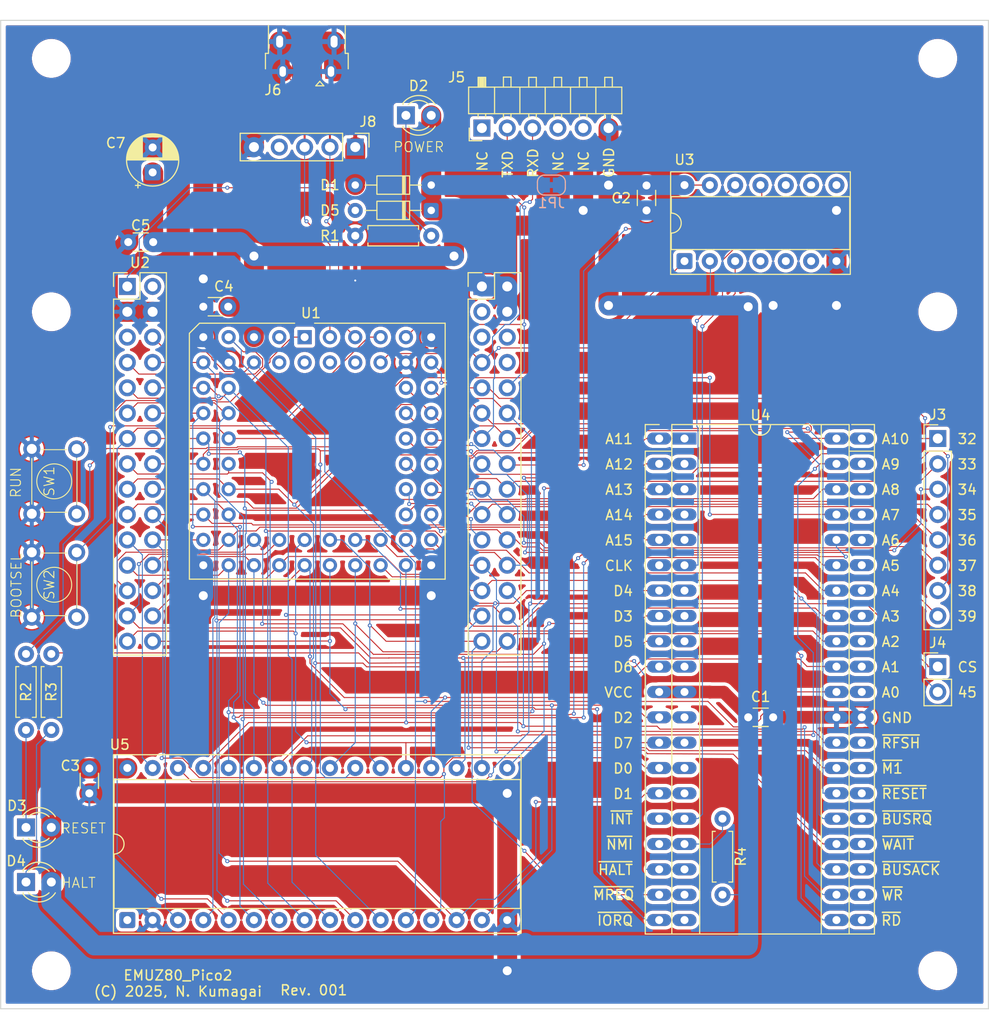
<source format=kicad_pcb>
(kicad_pcb (version 20241229) (generator "pcbnew") (generator_version "9.0")
  (title_block (title "EMUZ80_Pico2") (rev "Rev001") (company "Norihiro Kumagai"))
  (layers (0 "F.Cu" signal) (2 "B.Cu" signal) (13 "F.Paste" user) (15 "B.Paste" user) (5 "F.SilkS" user "F.Silkscreen") (7 "B.SilkS" user "B.Silkscreen") (1 "F.Mask" user) (3 "B.Mask" user) (25 "Edge.Cuts" user))
  (net 0 "")
  (net 1 "GND")
  (net 2 "+5V")
  (net 3 "Net-(D3-A)")
  (net 4 "Net-(D2-K)")
  (net 5 "Net-(D3-K)")
  (net 6 "Net-(D4-K)")
  (net 7 "RESET")
  (net 8 "HALT")
  (net 9 "Net-(U1-RUN)")
  (net 10 "Net-(U1-BOOTSEL)")
  (net 11 "A4")
  (net 12 "GPIO33")
  (net 14 "GPIO35")
  (net 16 "RAMCS")
  (net 17 "GPIO32")
  (net 18 "M1")
  (net 19 "A7")
  (net 20 "D5")
  (net 21 "RFSH")
  (net 22 "A0")
  (net 23 "D7")
  (net 24 "A9")
  (net 25 "A6")
  (net 26 "BUSRQ")
  (net 27 "A8")
  (net 28 "D3")
  (net 29 "GPIO37")
  (net 30 "A13")
  (net 31 "GPIO36")
  (net 33 "GPIO34")
  (net 34 "Net-(J6-D+)")
  (net 35 "MREQ")
  (net 36 "D6")
  (net 37 "A14")
  (net 39 "BUSAK")
  (net 40 "A5")
  (net 41 "A12")
  (net 42 "RD")
  (net 43 "D4")
  (net 44 "WAIT")
  (net 45 "WR")
  (net 46 "D1")
  (net 47 "A1")
  (net 48 "Net-(J6-D-)")
  (net 49 "A3")
  (net 50 "/GPIO40")
  (net 51 "GPIO39")
  (net 52 "D0")
  (net 53 "/TX")
  (net 54 "/RX")
  (net 55 "D2")
  (net 56 "/GPIO41")
  (net 57 "/GPIO45")
  (net 58 "A2")
  (net 59 "A11")
  (net 61 "A10")
  (net 62 "IORQ")
  (net 63 "A15")
  (net 64 "GPIO38")
  (net 65 "INT")
  (net 66 "Net-(U4-~{NMI})")
  (net 67 "CLK")
  (net 69 "Net-(D1-A)")
  (net 70 "Net-(D5-A)")
  (net 71 "/CTS")
  (net 73 "/DTR")
  (footprint "local-f:LED_D3.0mm" (layer "F.Cu") (at 144.025 51.465)
    (property "Reference" "D2")
    (property "Value" "RED")
  )
  (footprint "Connector_PinHeader_2.54mm:PinHeader_1x05_P2.54mm_Vertical" (layer "F.Cu") (at 138.945 54.64 -90)
    (property "Reference" "J8")
    (property "Value" "Conn_01x05_Pin")
  )
  (footprint "MountingHole:MountingHole_3.5mm" (layer "F.Cu") (at 108.465 137.19)
    (property "Reference" "H1" (hide yes))
    (property "Value" "MountingHole" (hide yes))
  )
  (footprint "local-f:LED_D3.0mm" (layer "F.Cu") (at 105.925 122.83)
    (property "Reference" "D3")
    (property "Value" "GREEN")
  )
  (footprint "MountingHole:MountingHole_3.5mm" (layer "F.Cu") (at 197.365 71.15)
    (property "Reference" "H4" (hide yes))
    (property "Value" "MountingHole")
  )
  (footprint "local-f:RB2350B_Core_Board" (layer "F.Cu") (at 135.135 86.39)
    (property "Reference" "U2")
    (property "Value" "RB2350B_Core_Board")
  )
  (footprint "Package_DIP:DIP-14_W7.62mm_Socket" (layer "F.Cu") (at 171.965 66.07 90)
    (property "Reference" "U3")
    (property "Value" "74HC00")
  )
  (footprint "local-f:R_Axial_L5.5mm_D2.0mm_P7.62mm_Horizontal" (layer "F.Cu") (at 105.925 113.06 90)
    (property "Reference" "R2")
    (property "Value" "1k")
  )
  (footprint "local-f:PLCC-64_THT-Socket" (layer "F.Cu") (at 135.135 85.12)
    (property "Reference" "U1")
    (property "Value" "Pimoroni PGA2350B")
  )
  (footprint "local-f:R_Axial_L5.5mm_D2.0mm_P7.62mm_Horizontal" (layer "F.Cu") (at 175.775 129.57 90)
    (property "Reference" "R4")
    (property "Value" "10k")
  )
  (footprint "local-f:R_Axial_L5.5mm_D2.0mm_P7.62mm_Horizontal" (layer "F.Cu") (at 146.565 63.53 180)
    (property "Reference" "R1")
    (property "Value" "1k")
  )
  (footprint "local-f:LED_D3.0mm" (layer "F.Cu") (at 105.925 128.3)
    (property "Reference" "D4")
    (property "Value" "YELLOW")
  )
  (footprint "Package_DIP:DIP-32_W15.24mm_Socket" (layer "F.Cu") (at 116.085 132.11 90)
    (property "Reference" "U5")
    (property "Value" "HM628128")
  )
  (footprint "MountingHole:MountingHole_3.5mm" (layer "F.Cu") (at 197.365 45.75)
    (property "Reference" "H6" (hide yes))
    (property "Value" "MountingHole")
  )
  (footprint "Connector_PinHeader_2.54mm:PinHeader_1x02_P2.54mm_Vertical" (layer "F.Cu") (at 197.365 106.71)
    (property "Reference" "J4")
    (property "Value" "EXT_GPIO2")
  )
  (footprint "local-f:DIP-40_SidePin_Z80" (layer "F.Cu") (at 171.965 83.85)
    (property "Reference" "U4")
    (property "Value" "Z80CPU" (hide yes))
  )
  (footprint "Connector_USB:USB_Micro-B_Amphenol_10103594-0001LF_Horizontal" (layer "F.Cu") (at 134.065 45.185 180)
    (property "Reference" "J6")
    (property "Value" "USB_B_Micro")
  )
  (footprint "MountingHole:MountingHole_3.5mm" (layer "F.Cu") (at 197.365 137.19)
    (property "Reference" "H2" (hide yes))
    (property "Value" "MountingHole")
  )
  (footprint "local-f:PinHeader_1x06_P2.54mm_Horizontal_NoFeet" (layer "F.Cu") (at 151.645 52.735 90)
    (property "Reference" "J5")
    (property "Value" "Serial")
  )
  (footprint "Capacitor_THT:C_Disc_D3.0mm_W1.6mm_P2.50mm" (layer "F.Cu") (at 126.205 70.642 180)
    (property "Reference" "C4")
    (property "Value" "0.1u")
  )
  (footprint "local-f:Tact_SW" (layer "F.Cu") (at 108.755 98.5046 90)
    (property "Reference" "SW2")
    (property "Value" "BOOTSEL")
  )
  (footprint "local-f:D_DO-34_SOD68_P7.62mm_Horizontal" (layer "F.Cu") (at 146.565 60.99 180)
    (property "Reference" "D5")
    (property "Value" "1S3")
  )
  (footprint "Capacitor_THT:C_Disc_D3.0mm_W1.6mm_P2.50mm" (layer "F.Cu") (at 168.155 58.49 -90)
    (property "Reference" "C2")
    (property "Value" "0.1u")
  )
  (footprint "local-f:Tact_SW" (layer "F.Cu") (at 108.755 88.1414 90)
    (property "Reference" "SW1")
    (property "Value" "RUN")
  )
  (footprint "Capacitor_THT:C_Disc_D3.0mm_W1.6mm_P2.50mm" (layer "F.Cu") (at 112.275 116.91 -90)
    (property "Reference" "C3")
    (property "Value" "0.1u")
  )
  (footprint "Connector_PinHeader_2.54mm:PinHeader_1x08_P2.54mm_Vertical" (layer "F.Cu") (at 197.365 83.85)
    (property "Reference" "J3")
    (property "Value" "EXT_GPIO1")
  )
  (footprint "Capacitor_THT:CP_Radial_D5.0mm_P2.50mm" (layer "F.Cu") (at 118.625 57.18 90)
    (property "Reference" "C7")
    (property "Value" "10uF")
  )
  (footprint "local-f:R_Axial_L5.5mm_D2.0mm_P7.62mm_Horizontal" (layer "F.Cu") (at 108.465 113.06 90)
    (property "Reference" "R3")
    (property "Value" "1k")
  )
  (footprint "MountingHole:MountingHole_3.5mm" (layer "F.Cu") (at 108.465 71.15)
    (property "Reference" "H3" (hide yes))
    (property "Value" "MountingHole")
  )
  (footprint "MountingHole:MountingHole_3.5mm" (layer "F.Cu") (at 108.465 45.75)
    (property "Reference" "H5" (hide yes))
    (property "Value" "MountingHole")
  )
  (footprint "local-f:D_DO-34_SOD68_P7.62mm_Horizontal" (layer "F.Cu") (at 146.565 58.45 180)
    (property "Reference" "D1")
    (property "Value" "1S3")
  )
  (footprint "Capacitor_THT:C_Disc_D3.0mm_W1.6mm_P2.50mm" (layer "F.Cu") (at 178.355 111.79)
    (property "Reference" "C1")
    (property "Value" "0.1u")
  )
  (footprint "Capacitor_THT:C_Disc_D3.0mm_W1.6mm_P2.50mm" (layer "F.Cu") (at 118.68 64.165 180)
    (property "Reference" "C5")
    (property "Value" "0.1u")
  )
  (footprint "Jumper:SolderJumper-2_P1.3mm_Bridged_RoundedPad1.0x1.5mm" (layer "B.Cu") (at 158.615 58.45)
    (property "Reference" "JP1")
    (property "Value" "VCC_Jumper")
  )
  (gr_line (start 103.385 141) (end 103.385 41.94) (stroke (width 0.1)) (layer "Edge.Cuts"))
  (gr_line (start 202.445 41.94) (end 202.445 141) (stroke (width 0.1)) (layer "Edge.Cuts"))
  (gr_line (start 202.445 141) (end 103.385 141) (stroke (width 0.1)) (layer "Edge.Cuts"))
  (gr_line (start 202.445 41.94) (end 103.385 41.94) (stroke (width 0.1)) (layer "Edge.Cuts"))
  (gr_text "D3" (at 166.885 102.265 0) (layer "F.SilkS") (effects (font (size 1 1)) (justify right bottom)))
  (gr_text "NC" (at 162.44 57.18 90) (layer "F.SilkS") (effects (font (size 1 1)) (justify left bottom)))
  (gr_text "A7" (at 191.65 92.105 0) (layer "F.SilkS") (effects (font (size 1 1)) (justify left bottom)))
  (gr_text "POWER" (at 142.7042 55.2242 0) (layer "F.SilkS") (effects (font (size 1 1) (thickness 0.1)) (justify left bottom)))
  (gr_text "A10" (at 191.65 84.485 0) (layer "F.SilkS") (effects (font (size 1 1)) (justify left bottom)))
  (gr_text "A2" (at 191.65 104.805 0) (layer "F.SilkS") (effects (font (size 1 1)) (justify left bottom)))
  (gr_text "D4" (at 166.885 99.725 0) (layer "F.SilkS") (effects (font (size 1 1)) (justify right bottom)))
  (gr_text "A11" (at 166.885 84.485 0) (layer "F.SilkS") (effects (font (size 1 1)) (justify right bottom)))
  (gr_text "~{M1}" (at 191.65 117.505 0) (layer "F.SilkS") (effects (font (size 1 1)) (justify left bottom)))
  (gr_text "35" (at 199.27 92.105 0) (layer "F.SilkS") (effects (font (size 1 1)) (justify left bottom)))
  (gr_text "39" (at 199.27 102.265 0) (layer "F.SilkS") (effects (font (size 1 1)) (justify left bottom)))
  (gr_text "D0" (at 166.885 117.505 0) (layer "F.SilkS") (effects (font (size 1 1)) (justify right bottom)))
  (gr_text "38" (at 199.27 99.725 0) (layer "F.SilkS") (effects (font (size 1 1)) (justify left bottom)))
  (gr_text "A8" (at 191.65 89.565 0) (layer "F.SilkS") (effects (font (size 1 1)) (justify left bottom)))
  (gr_text "33" (at 199.27 87.025 0) (layer "F.SilkS") (effects (font (size 1 1)) (justify left bottom)))
  (gr_text "45" (at 199.27 109.885 0) (layer "F.SilkS") (effects (font (size 1 1)) (justify left bottom)))
  (gr_text "NC" (at 152.28 57.18 90) (layer "F.SilkS") (effects (font (size 1 1)) (justify left bottom)))
  (gr_text "37" (at 199.27 97.185 0) (layer "F.SilkS") (effects (font (size 1 1)) (justify left bottom)))
  (gr_text "D5" (at 166.885 104.805 0) (layer "F.SilkS") (effects (font (size 1 1)) (justify right bottom)))
  (gr_text "36" (at 199.27 94.645 0) (layer "F.SilkS") (effects (font (size 1 1)) (justify left bottom)))
  (gr_text "~{INT}" (at 166.885 122.585 0) (layer "F.SilkS") (effects (font (size 1 1)) (justify right bottom)))
  (gr_text "A12" (at 166.885 87.025 0) (layer "F.SilkS") (effects (font (size 1 1)) (justify right bottom)))
  (gr_text "BOOTSEL" (at 105.544 101.9348 90) (layer "F.SilkS") (effects (font (size 1 1) (thickness 0.1)) (justify left bottom)))
  (gr_text "A1" (at 191.65 107.345 0) (layer "F.SilkS") (effects (font (size 1 1)) (justify left bottom)))
  (gr_text "~{WAIT}" (at 191.65 125.125 0) (layer "F.SilkS") (effects (font (size 1 1)) (justify left bottom)))
  (gr_text "A15" (at 166.885 94.645 0) (layer "F.SilkS") (effects (font (size 1 1)) (justify right bottom)))
  (gr_text "~{NMI}" (at 166.885 125.125 0) (layer "F.SilkS") (effects (font (size 1 1)) (justify right bottom)))
  (gr_text "A3" (at 191.65 102.265 0) (layer "F.SilkS") (effects (font (size 1 1)) (justify left bottom)))
  (gr_text "A9" (at 191.65 87.025 0) (layer "F.SilkS") (effects (font (size 1 1)) (justify left bottom)))
  (gr_text "D6" (at 166.885 107.345 0) (layer "F.SilkS") (effects (font (size 1 1)) (justify right bottom)))
  (gr_text "GND" (at 164.98 57.815 90) (layer "F.SilkS") (effects (font (size 1 1)) (justify left bottom)))
  (gr_text "~{HALT}" (at 166.885 127.665 0) (layer "F.SilkS") (effects (font (size 1 1)) (justify right bottom)))
  (gr_text "TXD" (at 154.82 57.815 90) (layer "F.SilkS") (effects (font (size 1 1)) (justify left bottom)))
  (gr_text "34" (at 199.27 89.565 0) (layer "F.SilkS") (effects (font (size 1 1)) (justify left bottom)))
  (gr_text "~{BUSRQ}" (at 191.65 122.585 0) (layer "F.SilkS") (effects (font (size 1 1)) (justify left bottom)))
  (gr_text "~{RESET}" (at 191.65 120.045 0) (layer "F.SilkS") (effects (font (size 1 1)) (justify left bottom)))
  (gr_text "CS" (at 199.27 107.345 0) (layer "F.SilkS") (effects (font (size 1 1)) (justify left bottom)))
  (gr_text "Rev. 001" (at 131.325 139.73 0) (layer "F.SilkS") (effects (font (size 1 1)) (justify left bottom)))
  (gr_text "A14" (at 166.885 92.105 0) (layer "F.SilkS") (effects (font (size 1 1)) (justify right bottom)))
  (gr_text "~{WR}" (at 191.65 130.205 0) (layer "F.SilkS") (effects (font (size 1 1)) (justify left bottom)))
  (gr_text "HALT" (at 109.3794 128.9604 0) (layer "F.SilkS") (effects (font (size 1 1) (thickness 0.1)) (justify left bottom)))
  (gr_text "~{MREQ}" (at 167.005 130.175 0) (layer "F.SilkS") (effects (font (size 1 1)) (justify right bottom)))
  (gr_text "GND" (at 191.65 112.425 0) (layer "F.SilkS") (effects (font (size 1 1)) (justify left bottom)))
  (gr_text "A4" (at 191.65 99.725 0) (layer "F.SilkS") (effects (font (size 1 1)) (justify left bottom)))
  (gr_text "D2" (at 166.885 112.425 0) (layer "F.SilkS") (effects (font (size 1 1)) (justify right bottom)))
  (gr_text "CLK" (at 166.885 97.185 0) (layer "F.SilkS") (effects (font (size 1 1)) (justify right bottom)))
  (gr_text "NC" (at 159.9 57.18 90) (layer "F.SilkS") (effects (font (size 1 1)) (justify left bottom)))
  (gr_text "RXD" (at 157.36 57.815 90) (layer "F.SilkS") (effects (font (size 1 1)) (justify left bottom)))
  (gr_text "~{RD}" (at 193.809 132.745 0) (layer "F.SilkS") (effects (font (size 1 1)) (justify right bottom)))
  (gr_text "EMUZ80_Pico2\n(C) 2025, N. Kumagai" (at 121.165 138.46 0) (layer "F.SilkS") (effects (font (size 1 1))))
  (gr_text "A5" (at 191.65 97.185 0) (layer "F.SilkS") (effects (font (size 1 1)) (justify left bottom)))
  (gr_text "~{BUSACK}" (at 191.65 127.665 0) (layer "F.SilkS") (effects (font (size 1 1)) (justify left bottom)))
  (gr_text "A13" (at 166.885 89.565 0) (layer "F.SilkS") (effects (font (size 1 1)) (justify right bottom)))
  (gr_text "32" (at 199.27 84.485 0) (layer "F.SilkS") (effects (font (size 1 1)) (justify left bottom)))
  (gr_text "A6" (at 191.65 94.645 0) (layer "F.SilkS") (effects (font (size 1 1)) (justify left bottom)))
  (gr_text "RUN" (at 105.4932 89.8698 90) (layer "F.SilkS") (effects (font (size 1 1) (thickness 0.1)) (justify left bottom)))
  (gr_text "D1" (at 166.885 120.045 0) (layer "F.SilkS") (effects (font (size 1 1)) (justify right bottom)))
  (gr_text "~{RFSH}" (at 191.65 114.965 0) (layer "F.SilkS") (effects (font (size 1 1)) (justify left bottom)))
  (gr_text "VCC" (at 166.885 109.885 0) (layer "F.SilkS") (effects (font (size 1 1)) (justify right bottom)))
  (gr_text "D7" (at 166.885 114.965 0) (layer "F.SilkS") (effects (font (size 1 1)) (justify right bottom)))
  (gr_text "~{IORQ}" (at 166.885 132.745 0) (layer "F.SilkS") (effects (font (size 1 1)) (justify right bottom)))
  (gr_text "RESET" (at 109.354 123.4994 0) (layer "F.SilkS") (effects (font (size 1 1) (thickness 0.1)) (justify left bottom)))
  (gr_text "A0" (at 191.65 109.885 0) (layer "F.SilkS") (effects (font (size 1 1)) (justify left bottom)))
  (segment (start 132.527 47.9267) (end 132.79 47.9267) (width 0.1) (layer "F.Cu") (net 1))
  (segment (start 128.785 54.64) (end 128.785 47.655) (width 2) (layer "F.Cu") (net 1))
  (segment (start 187.205 66.07) (end 187.205 70.515) (width 2) (layer "F.Cu") (net 1))
  (segment (start 116.18 64.165) (end 114.134 66.211) (width 2) (layer "F.Cu") (net 1))
  (segment (start 131.36 44.7775) (end 131.36 45.485) (width 2) (layer "F.Cu") (net 1))
  (segment (start 154.185 132.11) (end 154.185 137.19) (width 2) (layer "F.Cu") (net 1))
  (segment (start 114.134 70.561) (end 114.723 71.15) (width 2) (layer "F.Cu") (net 1))
  (segment (start 130.605 47.655) (end 131.19 47.07) (width 2) (layer "F.Cu") (net 1))
  (segment (start 131.36 44.07) (end 131.36 44.7775) (width 2) (layer "F.Cu") (net 1))
  (segment (start 161.805 60.99) (end 160.281 62.514) (width 2) (layer "F.Cu") (net 1))
  (segment (start 135.455 44.07) (end 135.32 44.07) (width 0.1) (layer "F.Cu") (net 1))
  (segment (start 134.09 44.07) (end 135.455 44.07) (width 2) (layer "F.Cu") (net 1))
  (segment (start 131.36 45.485) (end 131.36 46.9) (width 2) (layer "F.Cu") (net 1))
  (segment (start 161.805 60.99) (end 161.805 56.4771) (width 2) (layer "F.Cu") (net 1))
  (segment (start 114.723 71.15) (end 116.085 71.15) (width 2) (layer "F.Cu") (net 1))
  (segment (start 154.185 119.41) (end 112.275 119.41) (width 2) (layer "F.Cu") (net 1))
  (segment (start 136.82 45.5) (end 137.04 45.72) (width 0.1) (layer "F.Cu") (net 1))
  (segment (start 132.372 47.07) (end 132.372 47.7717) (width 0.1) (layer "F.Cu") (net 1))
  (segment (start 161.805 56.4771) (end 164.345 53.9371) (width 2) (layer "F.Cu") (net 1))
  (segment (start 123.705 54.913) (end 123.705 67.848) (width 2) (layer "F.Cu") (net 1))
  (segment (start 136.82 46.93) (end 136.94 47.05) (width 2) (layer "F.Cu") (net 1))
  (segment (start 132.372 47.7717) (end 132.527 47.9267) (width 0.1) (layer "F.Cu") (net 1))
  (segment (start 128.785 54.64) (end 118.625 54.68) (width 2) (layer "F.Cu") (net 1))
  (segment (start 131.34 44.7975) (end 131.34 45) (width 0.1) (layer "F.Cu") (net 1))
  (segment (start 131.67 47.07) (end 132.372 47.07) (width 0.1) (layer "F.Cu") (net 1))
  (segment (start 154.185 62.514) (end 154.185 68.61) (width 2) (layer "F.Cu") (net 1))
  (segment (start 133.97 45.2017) (end 134.09 45.0817) (width 0.1) (layer "F.Cu") (net 1))
  (segment (start 117.494 54.68) (end 116.18 55.9936) (width 2) (layer "F.Cu") (net 1))
  (segment (start 135.32 44.07) (end 135.05 43.8) (width 0.1) (layer "F.Cu") (net 1))
  (segment (start 116.18 55.9936) (end 116.18 64.165) (width 2) (layer "F.Cu") (net 1))
  (segment (start 137.04 45.72) (end 137.04 45.75) (width 0.1) (layer "F.Cu") (net 1))
  (segment (start 180.855 111.79) (end 189.745 111.79) (width 1.27) (layer "F.Cu") (net 1))
  (segment (start 133.13 45.2017) (end 133.97 45.2017) (width 0.1) (layer "F.Cu") (net 1))
  (segment (start 131.36 44.7775) (end 131.34 44.7975) (width 0.1) (layer "F.Cu") (net 1))
  (segment (start 146.565 99.598) (end 123.705 99.598) (width 2) (layer "F.Cu") (net 1))
  (segment (start 131.67 47.07) (end 131.36 46.9) (width 2) (layer "F.Cu") (net 1))
  (segment (start 164.345 53.9371) (end 164.345 52.735) (width 2) (layer "F.Cu") (net 1))
  (segment (start 118.625 54.68) (end 117.494 54.68) (width 2) (layer "F.Cu") (net 1))
  (segment (start 134.09 45.0817) (end 134.09 44.07) (width 0.1) (layer "F.Cu") (net 1))
  (segment (start 133.13 43.8) (end 133.13 45.2017) (width 0.1) (layer "F.Cu") (net 1))
  (segment (start 160.281 62.514) (end 154.185 62.514) (width 2) (layer "F.Cu") (net 1))
  (segment (start 131.355 45.485) (end 131.09 45.75) (width 0.1) (layer "F.Cu") (net 1))
  (segment (start 132.79 47.9267) (end 132.79 46.95) (width 0.1) (layer "F.Cu") (net 1))
  (segment (start 138.945 63.53) (end 138.945 68.017333) (width 0.4) (layer "F.Cu") (net 1))
  (segment (start 131.36 45.485) (end 131.355 45.485) (width 0.1) (layer "F.Cu") (net 1))
  (segment (start 135.455 44.07) (end 136.82 44.07) (width 2) (layer "F.Cu") (net 1))
  (segment (start 180.855 70.515) (end 181.49 70.515) (width 2) (layer "F.Cu") (net 1))
  (segment (start 131.36 44.07) (end 134.09 44.07) (width 2) (layer "F.Cu") (net 1))
  (segment (start 136.82 44.07) (end 136.82 45.5) (width 2) (layer "F.Cu") (net 1))
  (segment (start 131.36 46.9) (end 131.19 47.07) (width 2) (layer "F.Cu") (net 1))
  (segment (start 116.085 71.15) (end 118.625 71.15) (width 2) (layer "F.Cu") (net 1))
  (segment (start 154.185 119.41) (end 154.185 132.11) (width 2) (layer "F.Cu") (net 1))
  (segment (start 187.205 66.07) (end 187.205 60.99) (width 2) (layer "F.Cu") (net 1))
  (segment (start 114.134 66.211) (end 114.134 70.561) (width 2) (layer "F.Cu") (net 1))
  (segment (start 128.785 47.655) (end 130.605 47.655) (width 2) (layer "F.Cu") (net 1))
  (segment (start 136.82 45.5) (end 136.82 46.93) (width 2) (layer "F.Cu") (net 1))
  (via (at 138.945 68.017333) (size 0.4) (drill 0.2) (layers "F.Cu" "B.Cu") (net 1))
  (via (at 187.205 70.515) (size 1.27) (drill 0.9) (layers "F.Cu" "B.Cu") (net 1))
  (via (at 161.805 60.99) (size 1.27) (drill 0.9) (layers "F.Cu" "B.Cu") (net 1))
  (via (at 146.565 99.598) (size 1.27) (drill 0.9) (layers "F.Cu" "B.Cu") (net 1))
  (via (at 187.205 60.99) (size 1.27) (drill 0.9) (layers "F.Cu" "B.Cu") (net 1))
  (via (at 180.855 70.515) (size 1.27) (drill 0.9) (layers "F.Cu" "B.Cu") (net 1))
  (via (at 123.705 67.848) (size 1.27) (drill 0.9) (layers "F.Cu" "B.Cu") (net 1))
  (via (at 154.185 137.19) (size 1.27) (drill 0.9) (layers "F.Cu" "B.Cu") (net 1))
  (via (at 154.185 119.41) (size 1.27) (drill 0.9) (layers "F.Cu" "B.Cu") (net 1))
  (via (at 123.705 99.598) (size 1.27) (drill 0.9) (layers "F.Cu" "B.Cu") (net 1))
  (segment (start 114.307 71.15) (end 106.433 79.024) (width 0.4) (layer "B.Cu") (net 1))
  (segment (start 106.505 91.47) (end 106.505 95.28) (width 0.4) (layer "B.Cu") (net 1))
  (segment (start 123.705 99.598) (end 123.705 96.55) (width 2) (layer "B.Cu") (net 1))
  (segment (start 123.705 67.848) (end 138.945 68.017333) (width 2) (layer "B.Cu") (net 1))
  (segment (start 106.505 79.096) (end 106.505 84.97) (width 0.4) (layer "B.Cu") (net 1))
  (segment (start 146.565 68.102) (end 146.565 73.69) (width 2) (layer "B.Cu") (net 1))
  (segment (start 122.435 71.15) (end 123.705 69.88) (width 2) (layer "B.Cu") (net 1))
  (segment (start 146.565 96.55) (end 146.565 99.598) (width 2) (layer "B.Cu") (net 1))
  (segment (start 149.105 73.69) (end 149.105 96.55) (width 2) (layer "B.Cu") (net 1))
  (segment (start 146.565 73.69) (end 149.105 73.69) (width 2) (layer "B.Cu") (net 1))
  (segment (start 121.165 73.69) (end 123.705 73.69) (width 2) (layer "B.Cu") (net 1))
  (segment (start 180.855 111.79) (end 180.855 137.19) (width 2) (layer "B.Cu") (net 1))
  (segment (start 180.855 111.79) (end 180.855 70.515) (width 2) (layer "B.Cu") (net 1))
  (segment (start 116.085 71.15) (end 114.307 71.15) (width 0.4) (layer "B.Cu") (net 1))
  (segment (start 144.025 76.23) (end 146.565 73.69) (width 0.4) (layer "B.Cu") (net 1))
  (segment (start 181.69 101.047) (end 180.697 100.055) (width 0.1) (layer "B.Cu") (net 1))
  (segment (start 121.165 71.15) (end 122.435 71.15) (width 2) (layer "B.Cu") (net 1))
  (segment (start 121.165 73.69) (end 121.165 96.55) (width 2) (layer "B.Cu") (net 1))
  (segment (start 180.855 70.515) (end 187.205 70.515) (width 2) (layer "B.Cu") (net 1))
  (segment (start 121.165 73.69) (end 121.165 71.15) (width 2) (layer "B.Cu") (net 1))
  (segment (start 149.105 96.55) (end 146.565 96.55) (width 2) (layer "B.Cu") (net 1))
  (segment (start 151.137 68.102) (end 151.645 68.61) (width 2) (layer "B.Cu") (net 1))
  (segment (start 118.625 71.15) (end 121.165 71.15) (width 2) (layer "B.Cu") (net 1))
  (segment (start 180.855 137.19) (end 154.185 137.19) (width 2) (layer "B.Cu") (net 1))
  (segment (start 154.185 71.01214) (end 154.11607 71.08107) (width 2) (layer "B.Cu") (net 1))
  (segment (start 128.745 54.68) (end 128.785 54.64) (width 2) (layer "B.Cu") (net 1))
  (segment (start 151.645 68.61) (end 154.185 68.61) (width 2) (layer "B.Cu") (net 1))
  (segment (start 154.185 68.61) (end 154.185 71.01214) (width 2) (layer "B.Cu") (net 1))
  (segment (start 126.245 76.23) (end 123.705 73.69) (width 1.27) (layer "B.Cu") (net 1))
  (segment (start 118.625 132.11) (end 112.275 125.76) (width 0.2) (layer "B.Cu") (net 1))
  (segment (start 106.505 84.97) (end 106.505 91.47) (width 0.4) (layer "B.Cu") (net 1))
  (segment (start 138.945 68.017333) (end 146.565 68.102) (width 2) (layer "B.Cu") (net 1))
  (segment (start 106.433 79.024) (end 106.505 79.096) (width 0.4) (layer "B.Cu") (net 1))
  (segment (start 121.165 96.55) (end 123.705 96.55) (width 2) (layer "B.Cu") (net 1))
  (segment (start 106.505 95.28) (end 106.505 101.78) (width 0.4) (layer "B.Cu") (net 1))
  (segment (start 187.205 60.99) (end 161.805 60.99) (width 2) (layer "B.Cu") (net 1))
  (segment (start 123.705 73.69) (end 123.705 67.848) (width 2) (layer "B.Cu") (net 1))
  (segment (start 146.565 68.102) (end 151.137 68.102) (width 2) (layer "B.Cu") (net 1))
  (segment (start 112.275 125.76) (end 112.275 119.41) (width 0.2) (layer "B.Cu") (net 1))
  (segment (start 118.68 57.235) (end 118.625 57.18) (width 2) (layer "F.Cu") (net 2))
  (segment (start 128.0363 70.9669) (end 128.785 70.9669) (width 0.1) (layer "F.Cu") (net 2))
  (segment (start 127.7114 70.642) (end 128.805 70.642) (width 2) (layer "F.Cu") (net 2))
  (segment (start 128.785 65.562) (end 128.785 70.9669) (width 2) (layer "F.Cu") (net 2))
  (segment (start 148.851 60.99) (end 148.851 65.562) (width 2) (layer "F.Cu") (net 2))
  (segment (start 127.7114 70.642) (end 128.0363 70.9669) (width 0.1) (layer "F.Cu") (net 2))
  (segment (start 146.565 60.99) (end 148.851 60.99) (width 2) (layer "F.Cu") (net 2))
  (segment (start 146.565 60.99) (end 146.565 58.45) (width 2) (layer "F.Cu") (net 2))
  (segment (start 146.565 58.45) (end 146.565 51.465) (width 2) (layer "F.Cu") (net 2))
  (segment (start 126.205 70.642) (end 126.225 70.642) (width 0.1) (layer "F.Cu") (net 2))
  (segment (start 118.68 64.165) (end 118.68 57.235) (width 2) (layer "F.Cu") (net 2))
  (segment (start 126.225 70.642) (end 127.7114 70.642) (width 2) (layer "F.Cu") (net 2))
  (segment (start 128.785 70.9669) (end 128.785 73.69) (width 2) (layer "F.Cu") (net 2))
  (via (at 128.785 65.562) (size 1.27) (drill 0.9) (layers "F.Cu" "B.Cu") (net 2))
  (via (at 148.851 65.562) (size 1.27) (drill 0.9) (layers "F.Cu" "B.Cu") (net 2))
  (segment (start 148.851 65.562) (end 128.785 65.562) (width 2) (layer "B.Cu") (net 2))
  (segment (start 146.565 58.45) (end 157.233 58.45) (width 2) (layer "B.Cu") (net 2))
  (segment (start 118.68 64.165) (end 127.388 64.165) (width 2) (layer "B.Cu") (net 2))
  (segment (start 157.965 58.45) (end 157.233 58.45) (width 0.1) (layer "B.Cu") (net 2))
  (segment (start 127.388 64.165) (end 128.785 65.562) (width 2) (layer "B.Cu") (net 2))
  (segment (start 175.902 109.272) (end 178.355 111.725) (width 1.27) (layer "F.Cu") (net 3))
  (segment (start 178.355 70.555) (end 178.315 70.515) (width 2) (layer "F.Cu") (net 3))
  (segment (start 174.505 58.45) (end 171.965 58.45) (width 0.1) (layer "F.Cu") (net 3))
  (segment (start 112.275 116.91) (end 116.045 116.91) (width 2) (layer "F.Cu") (net 3))
  (segment (start 169.425 109.25) (end 171.954 109.25) (width 1.27) (layer "F.Cu") (net 3))
  (segment (start 174.483 109.25) (end 174.505 109.272) (width 1.27) (layer "F.Cu") (net 3))
  (segment (start 116.045 116.91) (end 116.085 116.87) (width 2) (layer "F.Cu") (net 3))
  (segment (start 174.505 109.272) (end 175.902 109.272) (width 1.27) (layer "F.Cu") (net 3))
  (segment (start 108.465 122.83) (end 108.465 119.589) (width 2) (layer "F.Cu") (net 3))
  (segment (start 171.954 109.25) (end 171.9653 109.2387) (width 0.1) (layer "F.Cu") (net 3))
  (segment (start 178.355 111.725) (end 178.355 111.79) (width 1.27) (layer "F.Cu") (net 3))
  (segment (start 108.465 128.3) (end 108.465 122.83) (width 2) (layer "F.Cu") (net 3))
  (segment (start 111.144 116.91) (end 112.275 116.91) (width 2) (layer "F.Cu") (net 3))
  (segment (start 164.345 70.515) (end 164.345 58.45) (width 2) (layer "F.Cu") (net 3))
  (segment (start 171.954 109.25) (end 174.483 109.25) (width 1.27) (layer "F.Cu") (net 3))
  (segment (start 108.465 119.589) (end 111.144 116.91) (width 2) (layer "F.Cu") (net 3))
  (segment (start 171.9653 109.2387) (end 171.9653 109.2373) (width 0.1) (layer "F.Cu") (net 3))
  (via (at 178.355 70.642) (size 1.27) (drill 0.9) (layers "F.Cu" "B.Cu") (net 3))
  (via (at 164.345 70.515) (size 1.27) (drill 0.9) (layers "F.Cu" "B.Cu") (net 3))
  (via (at 164.345 58.45) (size 1.27) (drill 0.9) (layers "F.Cu" "B.Cu") (net 3))
  (segment (start 178.315 90.3705) (end 178.315 70.515) (width 0.1) (layer "B.Cu") (net 3))
  (segment (start 156.217 134.65) (end 155.963 134.65) (width 2) (layer "B.Cu") (net 3))
  (segment (start 108.465 130.332) (end 108.465 128.3) (width 2) (layer "B.Cu") (net 3))
  (segment (start 178.315 134.65) (end 178.061 134.65) (width 2) (layer "B.Cu") (net 3))
  (segment (start 156.217 134.65) (end 155.963 134.396) (width 0.1) (layer "B.Cu") (net 3))
  (segment (start 112.783 134.65) (end 108.465 130.332) (width 2) (layer "B.Cu") (net 3))
  (segment (start 155.709 134.65) (end 112.783 134.65) (width 2) (layer "B.Cu") (net 3))
  (segment (start 155.963 134.396) (end 155.709 134.65) (width 2) (layer "B.Cu") (net 3))
  (segment (start 174.563 70.515) (end 178.315 70.515) (width 2) (layer "B.Cu") (net 3))
  (segment (start 178.355 134.356) (end 178.355 129.57) (width 2) (layer "B.Cu") (net 3))
  (segment (start 178.355 70.642) (end 178.355 70.555) (width 2) (layer "B.Cu") (net 3))
  (segment (start 174.505 66.07) (end 174.563 66.128) (width 0.1) (layer "B.Cu") (net 3))
  (segment (start 164.345 58.45) (end 159.9 58.45) (width 2) (layer "B.Cu") (net 3))
  (segment (start 178.355 129.57) (end 178.355 114.2765) (width 2) (layer "B.Cu") (net 3))
  (segment (start 178.355 90.4105) (end 178.355 70.642) (width 2) (layer "B.Cu") (net 3))
  (segment (start 178.061 134.65) (end 156.217 134.65) (width 2) (layer "B.Cu") (net 3))
  (segment (start 175.775 129.57) (end 178.355 129.57) (width 0.1) (layer "B.Cu") (net 3))
  (segment (start 178.355 114.2765) (end 178.355 111.79) (width 2) (layer "B.Cu") (net 3))
  (segment (start 164.345 58.45) (end 171.965 58.45) (width 2) (layer "B.Cu") (net 3))
  (segment (start 159.265 58.45) (end 159.9 58.45) (width 0.1) (layer "B.Cu") (net 3))
  (segment (start 178.355 90.4105) (end 178.315 90.3705) (width 0.1) (layer "B.Cu") (net 3))
  (segment (start 164.345 70.515) (end 174.563 70.515) (width 2) (layer "B.Cu") (net 3))
  (segment (start 178.355 111.79) (end 178.355 90.4105) (width 2) (layer "B.Cu") (net 3))
  (segment (start 178.061 134.65) (end 178.355 134.356) (width 0.1) (layer "B.Cu") (net 3))
  (segment (start 174.563 66.128) (end 174.563 70.515) (width 0.1) (layer "B.Cu") (net 3))
  (segment (start 144.025 60.99) (end 146.565 63.53) (width 0.1) (layer "B.Cu") (net 4))
  (segment (start 144.025 51.465) (end 144.025 60.99) (width 0.1) (layer "B.Cu") (net 4))
  (segment (start 105.925 113.06) (end 105.925 122.83) (width 0.1) (layer "B.Cu") (net 5))
  (segment (start 106.977 126.197) (end 106.977 114.548) (width 0.1) (layer "B.Cu") (net 6))
  (segment (start 105.925 128.3) (end 105.925 127.248) (width 0.1) (layer "B.Cu") (net 6))
  (segment (start 106.977 114.548) (end 108.465 113.06) (width 0.1) (layer "B.Cu") (net 6))
  (segment (start 105.925 127.248) (end 106.977 126.197) (width 0.1) (layer "B.Cu") (net 6))
  (segment (start 124.004 84.8532) (end 124.0954 84.7618) (width 0.1) (layer "F.Cu") (net 7))
  (segment (start 145.6988 80.4438) (end 146.565 81.31) (width 0.1) (layer "F.Cu") (net 7))
  (segment (start 114.0143 84.8532) (end 124.004 84.8532) (width 0.1) (layer "F.Cu") (net 7))
  (segment (start 146.565 81.31) (end 147.8379 82.5829) (width 0.1) (layer "F.Cu") (net 7))
  (segment (start 156.675144 82.845) (end 184.3246 82.845) (width 0.1) (layer "F.Cu") (net 7))
  (segment (start 127.0555 84.7618) (end 127.1368 84.6805) (width 0.1) (layer "F.Cu") (net 7))
  (segment (start 139.3082 84.6805) (end 143.5449 80.4438) (width 0.1) (layer "F.Cu") (net 7))
  (segment (start 147.8379 82.5829) (end 152.9179 82.5829) (width 0.1) (layer "F.Cu") (net 7))
  (segment (start 154.185 83.85) (end 154.196 83.839) (width 0.1) (layer "F.Cu") (net 7))
  (segment (start 124.0954 84.7618) (end 127.0555 84.7618) (width 0.1) (layer "F.Cu") (net 7))
  (segment (start 154.196 83.839) (end 155.681144 83.839) (width 0.1) (layer "F.Cu") (net 7))
  (segment (start 155.681144 83.839) (end 156.675144 82.845) (width 0.1) (layer "F.Cu") (net 7))
  (segment (start 143.5449 80.4438) (end 145.6988 80.4438) (width 0.1) (layer "F.Cu") (net 7))
  (segment (start 127.1368 84.6805) (end 139.3082 84.6805) (width 0.1) (layer "F.Cu") (net 7))
  (segment (start 152.9179 82.5829) (end 154.185 83.85) (width 0.1) (layer "F.Cu") (net 7))
  (segment (start 112.3223 86.5452) (end 114.0143 84.8532) (width 0.1) (layer "F.Cu") (net 7))
  (via (at 184.3246 82.845) (size 0.4) (drill 0.2) (layers "F.Cu" "B.Cu") (net 7))
  (via (at 112.3223 86.5452) (size 0.4) (drill 0.2) (layers "F.Cu" "B.Cu") (net 7))
  (segment (start 185.8536 84.374) (end 184.3246 82.845) (width 0.1) (layer "B.Cu") (net 7))
  (segment (start 185.8536 119.3973) (end 185.8536 84.374) (width 0.1) (layer "B.Cu") (net 7))
  (segment (start 105.925 105.44) (end 109.6436 101.7214) (width 0.1) (layer "B.Cu") (net 7))
  (segment (start 109.6436 101.7214) (end 109.6436 94.453) (width 0.1) (layer "B.Cu") (net 7))
  (segment (start 109.6436 94.453) (end 112.3223 91.7743) (width 0.1) (layer "B.Cu") (net 7))
  (segment (start 112.3223 91.7743) (end 112.3223 86.5452) (width 0.1) (layer "B.Cu") (net 7))
  (segment (start 187.2053 119.3973) (end 185.8536 119.3973) (width 0.1) (layer "B.Cu") (net 7))
  (segment (start 187.205 119.41) (end 189.745 119.41) (width 0.1) (layer "B.Cu") (net 7))
  (segment (start 139.2747 105.3373) (end 108.5677 105.3373) (width 0.1) (layer "F.Cu") (net 8))
  (segment (start 140.3026 106.3652) (end 139.2747 105.3373) (width 0.1) (layer "F.Cu") (net 8))
  (segment (start 166.9104 106.1512) (end 140.3026 106.3652) (width 0.1) (layer "F.Cu") (net 8))
  (segment (start 169.425 127.03) (end 171.965 127.03) (width 0.1) (layer "F.Cu") (net 8))
  (segment (start 108.5677 105.3373) (end 108.465 105.44) (width 0.1) (layer "F.Cu") (net 8))
  (via (at 166.9104 106.1512) (size 0.4) (drill 0.2) (layers "F.Cu" "B.Cu") (net 8))
  (segment (start 168.0733 127.03) (end 169.425 127.03) (width 0.1) (layer "B.Cu") (net 8))
  (segment (start 166.9104 106.1512) (end 168.0733 107.7305) (width 0.1) (layer "B.Cu") (net 8))
  (segment (start 168.0733 107.7305) (end 168.0733 127.03) (width 0.1) (layer "B.Cu") (net 8))
  (segment (start 130.3964 76.1843) (end 130.3964 75.8871) (width 0.1) (layer "F.Cu") (net 9))
  (segment (start 130.3964 75.8871) (end 132.5935 73.69) (width 0.1) (layer "F.Cu") (net 9))
  (segment (start 124.8803 80.04) (end 125.0156 80.1753) (width 0.1) (layer "F.Cu") (net 9))
  (segment (start 125.0156 80.1753) (end 126.4054 80.1753) (width 0.1) (layer "F.Cu") (net 9))
  (segment (start 132.5935 73.69) (end 133.865 73.69) (width 0.1) (layer "F.Cu") (net 9))
  (segment (start 115.935 80.04) (end 124.8803 80.04) (width 0.1) (layer "F.Cu") (net 9))
  (segment (start 111.005 84.97) (end 115.935 80.04) (width 0.1) (layer "F.Cu") (net 9))
  (segment (start 126.4054 80.1753) (end 130.3964 76.1843) (width 0.1) (layer "F.Cu") (net 9))
  (segment (start 111.005 84.97) (end 111.005 91.47) (width 0.1) (layer "B.Cu") (net 9))
  (segment (start 131.3665 82.58) (end 114.4828 82.58) (width 0.1) (layer "F.Cu") (net 10))
  (segment (start 141.485 73.69) (end 140.2565 73.69) (width 0.1) (layer "F.Cu") (net 10))
  (segment (start 114.4828 82.58) (end 114.3649 82.6979) (width 0.1) (layer "F.Cu") (net 10))
  (segment (start 140.2565 73.69) (end 131.3665 82.58) (width 0.1) (layer "F.Cu") (net 10))
  (via (at 114.3649 82.6979) (size 0.4) (drill 0.2) (layers "F.Cu" "B.Cu") (net 10))
  (segment (start 111.005 95.28) (end 111.005 101.78) (width 0.1) (layer "B.Cu") (net 10))
  (segment (start 114.3649 91.9201) (end 111.005 95.28) (width 0.1) (layer "B.Cu") (net 10))
  (segment (start 114.3649 82.6979) (end 114.3649 91.9201) (width 0.1) (layer "B.Cu") (net 10))
  (segment (start 154.0992 95.0476) (end 156.3724 97.3208) (width 0.1) (layer "F.Cu") (net 11))
  (segment (start 123.705 78.77) (end 124.3928 78.77) (width 0.1) (layer "F.Cu") (net 11))
  (segment (start 184.0971 97.3208) (end 185.8536 99.0773) (width 0.1) (layer "F.Cu") (net 11))
  (segment (start 129.9815 93.1201) (end 146.955 93.1201) (width 0.1) (layer "F.Cu") (net 11))
  (segment (start 148.8825 95.0476) (end 154.0992 95.0476) (width 0.1) (layer "F.Cu") (net 11))
  (segment (start 118.625 78.77) (end 123.705 78.77) (width 0.1) (layer "F.Cu") (net 11))
  (segment (start 146.955 93.1201) (end 148.8825 95.0476) (width 0.1) (layer "F.Cu") (net 11))
  (segment (start 124.3928 78.77) (end 125.2447 79.6219) (width 0.1) (layer "F.Cu") (net 11))
  (segment (start 187.2053 99.0773) (end 185.8536 99.0773) (width 0.1) (layer "F.Cu") (net 11))
  (segment (start 156.3724 97.3208) (end 184.0971 97.3208) (width 0.1) (layer "F.Cu") (net 11))
  (via (at 129.9815 93.1201) (size 0.4) (drill 0.2) (layers "F.Cu" "B.Cu") (net 11))
  (via (at 125.2447 79.6219) (size 0.4) (drill 0.2) (layers "F.Cu" "B.Cu") (net 11))
  (segment (start 130.1697 93.3083) (end 130.1697 128.4147) (width 0.1) (layer "B.Cu") (net 11))
  (segment (start 129.9815 83.7837) (end 129.9815 93.1201) (width 0.1) (layer "B.Cu") (net 11))
  (segment (start 187.205 99.09) (end 189.745 99.09) (width 0.1) (layer "B.Cu") (net 11))
  (segment (start 125.2447 79.6219) (end 125.8197 79.6219) (width 0.1) (layer "B.Cu") (net 11))
  (segment (start 125.8197 79.6219) (end 129.9815 83.7837) (width 0.1) (layer "B.Cu") (net 11))
  (segment (start 130.1697 128.4147) (end 133.865 132.11) (width 0.1) (layer "B.Cu") (net 11))
  (segment (start 129.9815 93.1201) (end 130.1697 93.3083) (width 0.1) (layer "B.Cu") (net 11))
  (segment (start 165.8338 90.1548) (end 193.6002 90.1548) (width 0.1) (layer "F.Cu") (net 12))
  (segment (start 144.025 91.47) (end 144.9132 90.5818) (width 0.1) (layer "F.Cu") (net 12))
  (segment (start 165.8323 90.1563) (end 165.8338 90.1548) (width 0.1) (layer "F.Cu") (net 12))
  (segment (start 193.6002 90.1548) (end 197.365 86.39) (width 0.1) (layer "F.Cu") (net 12))
  (segment (start 151.5261 90.1563) (end 165.8323 90.1563) (width 0.1) (layer "F.Cu") (net 12))
  (segment (start 144.9132 90.5818) (end 149.0765 90.5818) (width 0.1) (layer "F.Cu") (net 12))
  (segment (start 150.0886 91.5938) (end 151.5261 90.1563) (width 0.1) (layer "F.Cu") (net 12))
  (segment (start 150.5528 91.9272) (end 150.0886 91.5938) (width 0.1) (layer "F.Cu") (net 12))
  (segment (start 149.0765 90.5818) (end 150.0886 91.5938) (width 0.1) (layer "F.Cu") (net 12))
  (via (at 150.5528 91.9272) (size 0.4) (drill 0.2) (layers "F.Cu" "B.Cu") (net 12))
  (segment (start 150.5528 91.9272) (end 150.5528 92.9178) (width 0.1) (layer "B.Cu") (net 12))
  (segment (start 150.5528 92.9178) (end 151.645 94.01) (width 0.1) (layer "B.Cu") (net 12))
  (segment (start 151.645 91.47) (end 152.6769 90.4381) (width 0.1) (layer "F.Cu") (net 14))
  (segment (start 150.5782 90.3778) (end 150.1472 90.3609) (width 0.1) (layer "F.Cu") (net 14))
  (segment (start 152.6769 90.4381) (end 196.3331 90.4381) (width 0.1) (layer "F.Cu") (net 14))
  (segment (start 144.407 90.3609) (end 144.3523 90.4156) (width 0.1) (layer "F.Cu") (net 14))
  (segment (start 150.1472 90.3609) (end 144.407 90.3609) (width 0.1) (layer "F.Cu") (net 14))
  (segment (start 196.3331 90.4381) (end 197.365 91.47) (width 0.1) (layer "F.Cu") (net 14))
  (via (at 144.3523 90.4156) (size 0.4) (drill 0.2) (layers "F.Cu" "B.Cu") (net 14))
  (via (at 150.5782 90.3778) (size 0.4) (drill 0.2) (layers "F.Cu" "B.Cu") (net 14))
  (segment (start 144.3523 89.2573) (end 144.3523 90.4156) (width 0.1) (layer "B.Cu") (net 14))
  (segment (start 150.5782 90.3778) (end 150.8076 90.6326) (width 0.1) (layer "B.Cu") (net 14))
  (segment (start 144.025 88.93) (end 144.3523 89.2573) (width 0.1) (layer "B.Cu") (net 14))
  (segment (start 150.8076 90.6326) (end 151.645 91.47) (width 0.1) (layer "B.Cu") (net 14))
  (segment (start 152.4948 117.6092) (end 151.8526 118.2514) (width 0.1) (layer "F.Cu") (net 16))
  (segment (start 156.4837 100.4034) (end 190.1819 100.4034) (width 0.1) (layer "F.Cu") (net 16))
  (segment (start 154.185 81.31) (end 152.7133 79.8383) (width 0.1) (layer "F.Cu") (net 16))
  (segment (start 197.365 106.71) (end 196.3633 106.71) (width 0.1) (layer "F.Cu") (net 16))
  (segment (start 196.3633 106.5848) (end 196.3633 106.71) (width 0.1) (layer "F.Cu") (net 16))
  (segment (start 147.6333 79.8383) (end 146.565 78.77) (width 0.1) (layer "F.Cu") (net 16))
  (segment (start 122.5464 118.2514) (end 121.165 116.87) (width 0.1) (layer "F.Cu") (net 16))
  (segment (start 151.8526 118.2514) (end 122.5464 118.2514) (width 0.1) (layer "F.Cu") (net 16))
  (segment (start 190.1819 100.4034) (end 196.3633 106.5848) (width 0.1) (layer "F.Cu") (net 16))
  (segment (start 152.7133 79.8383) (end 147.6333 79.8383) (width 0.1) (layer "F.Cu") (net 16))
  (via (at 156.4837 100.4034) (size 0.4) (drill 0.2) (layers "F.Cu" "B.Cu") (net 16))
  (via (at 152.4948 117.6092) (size 0.4) (drill 0.2) (layers "F.Cu" "B.Cu") (net 16))
  (segment (start 152.8103 116.8332) (end 152.8103 117.2937) (width 0.1) (layer "B.Cu") (net 16))
  (segment (start 152.8103 117.2937) (end 152.4948 117.6092) (width 0.1) (layer "B.Cu") (net 16))
  (segment (start 154.185 81.31) (end 156.6121 83.7371) (width 0.1) (layer "B.Cu") (net 16))
  (segment (start 156.6121 83.7371) (end 156.6121 100.275) (width 0.1) (layer "B.Cu") (net 16))
  (segment (start 156.3579 113.2856) (end 152.8103 116.8332) (width 0.1) (layer "B.Cu") (net 16))
  (segment (start 156.3579 100.5292) (end 156.3579 113.2856) (width 0.1) (layer "B.Cu") (net 16))
  (segment (start 156.4837 100.4034) (end 156.3579 100.5292) (width 0.1) (layer "B.Cu") (net 16))
  (segment (start 156.6121 100.275) (end 156.4837 100.4034) (width 0.1) (layer "B.Cu") (net 16))
  (segment (start 172.311 87.7899) (end 173.3206 86.7803) (width 0.1) (layer "F.Cu") (net 17))
  (segment (start 155.8614 87.7899) (end 172.311 87.7899) (width 0.1) (layer "F.Cu") (net 17))
  (segment (start 194.4754 83.85) (end 197.365 83.85) (width 0.1) (layer "F.Cu") (net 17))
  (segment (start 184.2775 86.7803) (end 185.681 85.3768) (width 0.1) (layer "F.Cu") (net 17))
  (segment (start 185.681 85.3768) (end 192.9486 85.3768) (width 0.1) (layer "F.Cu") (net 17))
  (segment (start 173.3206 86.7803) (end 184.2775 86.7803) (width 0.1) (layer "F.Cu") (net 17))
  (segment (start 192.9486 85.3768) (end 194.4754 83.85) (width 0.1) (layer "F.Cu") (net 17))
  (segment (start 147.8248 95.2698) (end 152.9048 95.2698) (width 0.1) (layer "F.Cu") (net 17))
  (segment (start 152.9048 95.2698) (end 154.185 96.55) (width 0.1) (layer "F.Cu") (net 17))
  (segment (start 146.565 94.01) (end 147.8248 95.2698) (width 0.1) (layer "F.Cu") (net 17))
  (via (at 155.8614 87.7899) (size 0.4) (drill 0.2) (layers "F.Cu" "B.Cu") (net 17))
  (segment (start 156.4089 88.4684) (end 156.4089 95.064) (width 0.1) (layer "B.Cu") (net 17))
  (segment (start 156.09 96.55) (end 154.185 96.55) (width 0.1) (layer "B.Cu") (net 17))
  (segment (start 156.4111 95.0662) (end 156.4111 96.2289) (width 0.1) (layer "B.Cu") (net 17))
  (segment (start 156.4111 96.2289) (end 156.09 96.55) (width 0.1) (layer "B.Cu") (net 17))
  (segment (start 156.4089 95.064) (end 156.4111 95.0662) (width 0.1) (layer "B.Cu") (net 17))
  (segment (start 155.8614 87.7899) (end 156.4089 88.4684) (width 0.1) (layer "B.Cu") (net 17))
  (segment (start 150.3075 114.8362) (end 150.3093 114.838) (width 0.1) (layer "F.Cu") (net 18))
  (segment (start 184.1284 115.1321) (end 185.8536 116.8573) (width 0.1) (layer "F.Cu") (net 18))
  (segment (start 150.9343 100.9193) (end 143.482 100.9193) (width 0.1) (layer "F.Cu") (net 18))
  (segment (start 168.409 115.1321) (end 184.1284 115.1321) (width 0.1) (layer "F.Cu") (net 18))
  (segment (start 151.645 101.63) (end 150.9343 100.9193) (width 0.1) (layer "F.Cu") (net 18))
  (segment (start 168.1149 114.838) (end 168.409 115.1321) (width 0.1) (layer "F.Cu") (net 18))
  (segment (start 150.3093 114.838) (end 168.1149 114.838) (width 0.1) (layer "F.Cu") (net 18))
  (segment (start 185.8536 116.8573) (end 187.2053 116.8573) (width 0.1) (layer "F.Cu") (net 18))
  (via (at 143.482 100.9193) (size 0.4) (drill 0.2) (layers "F.Cu" "B.Cu") (net 18))
  (via (at 150.3075 114.8362) (size 0.4) (drill 0.2) (layers "F.Cu" "B.Cu") (net 18))
  (segment (start 143.482 100.9193) (end 143.482 97.3267) (width 0.1) (layer "B.Cu") (net 18))
  (segment (start 150.3075 102.9675) (end 150.3075 114.8362) (width 0.1) (layer "B.Cu") (net 18))
  (segment (start 151.645 101.63) (end 150.3075 102.9675) (width 0.1) (layer "B.Cu") (net 18))
  (segment (start 187.205 116.87) (end 189.745 116.87) (width 0.1) (layer "B.Cu") (net 18))
  (segment (start 143.482 97.3267) (end 140.1653 94.01) (width 0.1) (layer "B.Cu") (net 18))
  (segment (start 140.1653 94.01) (end 138.945 94.01) (width 0.1) (layer "B.Cu") (net 18))
  (segment (start 116.085 83.85) (end 117.1193 82.8157) (width 0.1) (layer "F.Cu") (net 19))
  (segment (start 174.5177 91.4573) (end 187.2053 91.4573) (width 0.1) (layer "F.Cu") (net 19))
  (segment (start 119.5045 129.9881) (end 124.1231 129.9881) (width 0.1) (layer "F.Cu") (net 19))
  (segment (start 126.245 83.85) (end 137.725665 83.85) (width 0.1) (layer "F.Cu") (net 19))
  (segment (start 137.725665 83.85) (end 143.821665 77.754) (width 0.1) (layer "F.Cu") (net 19))
  (segment (start 125.2107 82.8157) (end 126.245 83.85) (width 0.1) (layer "F.Cu") (net 19))
  (segment (start 143.821665 77.754) (end 174.505 77.754) (width 0.1) (layer "F.Cu") (net 19))
  (segment (start 117.1193 82.8157) (end 125.2107 82.8157) (width 0.1) (layer "F.Cu") (net 19))
  (segment (start 174.505 91.47) (end 174.5177 91.4573) (width 0.1) (layer "F.Cu") (net 19))
  (segment (start 124.1231 129.9881) (end 126.245 132.11) (width 0.1) (layer "F.Cu") (net 19))
  (via (at 174.505 77.754) (size 0.4) (drill 0.2) (layers "F.Cu" "B.Cu") (net 19))
  (via (at 174.505 91.47) (size 0.4) (drill 0.2) (layers "F.Cu" "B.Cu") (net 19))
  (via (at 119.5045 129.9881) (size 0.4) (drill 0.2) (layers "F.Cu" "B.Cu") (net 19))
  (segment (start 187.205 91.47) (end 189.745 91.47) (width 0.1) (layer "B.Cu") (net 19))
  (segment (start 116.085 83.85) (end 115.0644 84.8706) (width 0.1) (layer "B.Cu") (net 19))
  (segment (start 174.505 77.754) (end 174.505 91.47) (width 0.1) (layer "B.Cu") (net 19))
  (segment (start 115.0644 125.548) (end 119.5045 129.9881) (width 0.1) (layer "B.Cu") (net 19))
  (segment (start 115.0644 84.8706) (end 115.0644 125.548) (width 0.1) (layer "B.Cu") (net 19))
  (segment (start 118.2312 95.4451) (end 129.8899 95.4451) (width 0.1) (layer "F.Cu") (net 20))
  (segment (start 169.425 104.17) (end 171.965 104.17) (width 0.1) (layer "F.Cu") (net 20))
  (segment (start 117.2433 96.433) (end 118.2312 95.4451) (width 0.1) (layer "F.Cu") (net 20))
  (segment (start 169.425 104.17) (end 168.0733 104.17) (width 0.1) (layer "F.Cu") (net 20))
  (segment (start 166.4025 105.8408) (end 149.7807 105.8408) (width 0.1) (layer "F.Cu") (net 20))
  (segment (start 117.2849 102.8299) (end 137.4779 102.8299) (width 0.1) (layer "F.Cu") (net 20))
  (segment (start 142.3211 105.8408) (end 149.7807 105.8408) (width 0.1) (layer "F.Cu") (net 20))
  (segment (start 142.3155 105.8464) (end 142.3211 105.8408) (width 0.1) (layer "F.Cu") (net 20))
  (segment (start 137.4779 102.8299) (end 140.4944 105.8464) (width 0.1) (layer "F.Cu") (net 20))
  (segment (start 168.0733 104.17) (end 166.4025 105.8408) (width 0.1) (layer "F.Cu") (net 20))
  (segment (start 129.8899 95.4451) (end 131.325 94.01) (width 0.1) (layer "F.Cu") (net 20))
  (segment (start 140.4944 105.8464) (end 142.3155 105.8464) (width 0.1) (layer "F.Cu") (net 20))
  (segment (start 116.085 101.63) (end 117.2849 102.8299) (width 0.1) (layer "F.Cu") (net 20))
  (via (at 117.2433 96.433) (size 0.4) (drill 0.2) (layers "F.Cu" "B.Cu") (net 20))
  (via (at 149.7807 105.8408) (size 0.4) (drill 0.2) (layers "F.Cu" "B.Cu") (net 20))
  (segment (start 117.2433 96.433) (end 117.2433 100.4717) (width 0.1) (layer "B.Cu") (net 20))
  (segment (start 149.9482 106.0083) (end 149.7807 105.8408) (width 0.1) (layer "B.Cu") (net 20))
  (segment (start 149.105 116.87) (end 149.9482 116.0268) (width 0.1) (layer "B.Cu") (net 20))
  (segment (start 149.9482 116.0268) (end 149.9482 106.0083) (width 0.1) (layer "B.Cu") (net 20))
  (segment (start 117.2433 100.4717) (end 116.085 101.63) (width 0.1) (layer "B.Cu") (net 20))
  (segment (start 142.6431 97.7081) (end 146.3334 97.7081) (width 0.1) (layer "F.Cu") (net 21))
  (segment (start 146.3334 97.7081) (end 149.2536 100.6283) (width 0.1) (layer "F.Cu") (net 21))
  (segment (start 185.8536 114.0435) (end 185.8536 114.3173) (width 0.1) (layer "F.Cu") (net 21))
  (segment (start 149.2536 100.6283) (end 152.7536 100.6283) (width 0.1) (layer "F.Cu") (net 21))
  (segment (start 155.2518 113.2013) (end 185.0114 113.2013) (width 0.1) (layer "F.Cu") (net 21))
  (segment (start 153.7553 101.63) (end 154.185 101.63) (width 0.1) (layer "F.Cu") (net 21))
  (segment (start 152.7536 100.6283) (end 153.7553 101.63) (width 0.1) (layer "F.Cu") (net 21))
  (segment (start 185.0114 113.2013) (end 185.8536 114.0435) (width 0.1) (layer "F.Cu") (net 21))
  (segment (start 185.8536 114.3173) (end 187.2053 114.3173) (width 0.1) (layer "F.Cu") (net 21))
  (segment (start 141.485 96.55) (end 142.6431 97.7081) (width 0.1) (layer "F.Cu") (net 21))
  (via (at 155.2518 113.2013) (size 0.4) (drill 0.2) (layers "F.Cu" "B.Cu") (net 21))
  (segment (start 155.2387 113.0516) (end 155.2387 102.6837) (width 0.1) (layer "B.Cu") (net 21))
  (segment (start 187.205 114.33) (end 189.745 114.33) (width 0.1) (layer "B.Cu") (net 21))
  (segment (start 155.2387 102.6837) (end 154.185 101.63) (width 0.1) (layer "B.Cu") (net 21))
  (segment (start 155.2518 113.2013) (end 155.2387 113.0516) (width 0.1) (layer "B.Cu") (net 21))
  (segment (start 124.5753 75.7537) (end 123.9859 75.1643) (width 0.1) (layer "F.Cu") (net 22))
  (segment (start 187.2053 109.2373) (end 182.0444 109.2373) (width 0.1) (layer "F.Cu") (net 22))
  (segment (start 127.8724 77.1426) (end 125.8358 77.1426) (width 0.1) (layer "F.Cu") (net 22))
  (segment (start 128.785 76.23) (end 127.8724 77.1426) (width 0.1) (layer "F.Cu") (net 22))
  (segment (start 125.8358 77.1426) (end 124.5753 75.8821) (width 0.1) (layer "F.Cu") (net 22))
  (segment (start 178.7934 112.7542) (end 176.8768 112.7542) (width 0.1) (layer "F.Cu") (net 22))
  (segment (start 124.5753 75.8821) (end 124.5753 75.7537) (width 0.1) (layer "F.Cu") (net 22))
  (segment (start 182.0444 109.2373) (end 179.6051 111.6766) (width 0.1) (layer "F.Cu") (net 22))
  (segment (start 120.0993 75.1643) (end 118.625 73.69) (width 0.1) (layer "F.Cu") (net 22))
  (segment (start 179.6051 111.6766) (end 179.6051 111.9425) (width 0.1) (layer "F.Cu") (net 22))
  (segment (start 179.6051 111.9425) (end 178.7934 112.7542) (width 0.1) (layer "F.Cu") (net 22))
  (segment (start 174.3216 110.199) (end 145.9668 110.199) (width 0.1) (layer "F.Cu") (net 22))
  (segment (start 123.9859 75.1643) (end 120.0993 75.1643) (width 0.1) (layer "F.Cu") (net 22))
  (segment (start 176.8768 112.7542) (end 174.3216 110.199) (width 0.1) (layer "F.Cu") (net 22))
  (via (at 145.9668 110.199) (size 0.4) (drill 0.2) (layers "F.Cu" "B.Cu") (net 22))
  (segment (start 145.9668 110.199) (end 144.9776 110.199) (width 0.1) (layer "B.Cu") (net 22))
  (segment (start 144.9776 110.199) (end 144.9776 131.1574) (width 0.1) (layer "B.Cu") (net 22))
  (segment (start 128.785 76.23) (end 135.8906 83.3356) (width 0.1) (layer "B.Cu") (net 22))
  (segment (start 135.8906 87.1954) (end 144.9776 96.2824) (width 0.1) (layer "B.Cu") (net 22))
  (segment (start 135.8906 83.3356) (end 135.8906 87.1954) (width 0.1) (layer "B.Cu") (net 22))
  (segment (start 187.205 109.25) (end 189.745 109.25) (width 0.1) (layer "B.Cu") (net 22))
  (segment (start 144.9776 96.2824) (end 144.9776 110.199) (width 0.1) (layer "B.Cu") (net 22))
  (segment (start 144.9776 131.1574) (end 144.025 132.11) (width 0.1) (layer "B.Cu") (net 22))
  (segment (start 131.4862 103.1517) (end 132.7332 103.1517) (width 0.1) (layer "F.Cu") (net 23))
  (segment (start 116.085 104.17) (end 117.1033 103.1517) (width 0.1) (layer "F.Cu") (net 23))
  (segment (start 134.0842 114.33) (end 134.054 114.2998) (width 0.1) (layer "F.Cu") (net 23))
  (segment (start 169.425 114.33) (end 171.965 114.33) (width 0.1) (layer "F.Cu") (net 23))
  (segment (start 117.1033 103.1517) (end 131.4862 103.1517) (width 0.1) (layer "F.Cu") (net 23))
  (segment (start 132.7332 103.1517) (end 132.9641 103.3826) (width 0.1) (layer "F.Cu") (net 23))
  (segment (start 144.025 116.87) (end 144.025 114.33) (width 0.1) (layer "F.Cu") (net 23))
  (segment (start 144.025 114.33) (end 134.0842 114.33) (width 0.1) (layer "F.Cu") (net 23))
  (segment (start 169.425 114.33) (end 144.025 114.33) (width 0.1) (layer "F.Cu") (net 23))
  (via (at 134.054 114.2998) (size 0.4) (drill 0.2) (layers "F.Cu" "B.Cu") (net 23))
  (via (at 132.9641 103.3826) (size 0.4) (drill 0.2) (layers "F.Cu" "B.Cu") (net 23))
  (segment (start 132.9641 94.9109) (end 132.9641 103.3826) (width 0.1) (layer "B.Cu") (net 23))
  (segment (start 132.9641 103.3826) (end 132.9641 104.3342) (width 0.1) (layer "B.Cu") (net 23))
  (segment (start 133.865 94.01) (end 132.9641 94.9109) (width 0.1) (layer "B.Cu") (net 23))
  (segment (start 132.9641 104.3342) (end 132.9641 113.2099) (width 0.1) (layer "B.Cu") (net 23))
  (segment (start 132.9641 113.2099) (end 134.054 114.2998) (width 0.1) (layer "B.Cu") (net 23))
  (segment (start 155.664 113.5515) (end 155.5741 113.6414) (width 0.1) (layer "F.Cu") (net 24))
  (segment (start 155.5741 113.6414) (end 134.177 113.6414) (width 0.1) (layer "F.Cu") (net 24))
  (segment (start 187.2053 86.3773) (end 185.5541 86.3773) (width 0.1) (layer "F.Cu") (net 24))
  (segment (start 126.1279 87.4071) (end 126.245 87.29) (width 0.1) (layer "F.Cu") (net 24))
  (segment (start 117.1021 87.4071) (end 126.1279 87.4071) (width 0.1) (layer "F.Cu") (net 24))
  (segment (start 126.245 87.29) (end 126.245 86.39) (width 0.1) (layer "F.Cu") (net 24))
  (segment (start 185.5541 86.3773) (end 185.0469 86.8845) (width 0.1) (layer "F.Cu") (net 24))
  (segment (start 184.8642 113.5515) (end 155.664 113.5515) (width 0.1) (layer "F.Cu") (net 24))
  (segment (start 130.5547 88.1898) (end 129.6549 87.29) (width 0.1) (layer "F.Cu") (net 24))
  (segment (start 184.8839 113.5712) (end 184.8642 113.5515) (width 0.1) (layer "F.Cu") (net 24))
  (segment (start 116.085 86.39) (end 117.1021 87.4071) (width 0.1) (layer "F.Cu") (net 24))
  (segment (start 129.6549 87.29) (end 126.245 87.29) (width 0.1) (layer "F.Cu") (net 24))
  (segment (start 134.177 113.6414) (end 131.325 116.4934) (width 0.1) (layer "F.Cu") (net 24))
  (segment (start 131.325 116.4934) (end 131.325 116.87) (width 0.1) (layer "F.Cu") (net 24))
  (via (at 184.8839 113.5712) (size 0.4) (drill 0.2) (layers "F.Cu" "B.Cu") (net 24))
  (via (at 185.0469 86.8845) (size 0.4) (drill 0.2) (layers "F.Cu" "B.Cu") (net 24))
  (via (at 130.5547 88.1898) (size 0.4) (drill 0.2) (layers "F.Cu" "B.Cu") (net 24))
  (segment (start 131.325 116.87) (end 130.4083 115.9533) (width 0.1) (layer "B.Cu") (net 24))
  (segment (start 130.4083 115.9533) (end 130.4083 88.3362) (width 0.1) (layer "B.Cu") (net 24))
  (segment (start 184.8839 105.31) (end 184.8839 113.5712) (width 0.1) (layer "B.Cu") (net 24))
  (segment (start 187.205 86.39) (end 189.745 86.39) (width 0.1) (layer "B.Cu") (net 24))
  (segment (start 185.0469 86.8845) (end 183.3301 88.6013) (width 0.1) (layer "B.Cu") (net 24))
  (segment (start 130.4083 88.3362) (end 130.5547 88.1898) (width 0.1) (layer "B.Cu") (net 24))
  (segment (start 183.3301 103.7562) (end 184.8839 105.31) (width 0.1) (layer "B.Cu") (net 24))
  (segment (start 183.3301 88.6013) (end 183.3301 103.7562) (width 0.1) (layer "B.Cu") (net 24))
  (segment (start 188.1448 95.6864) (end 185.467 95.6864) (width 0.1) (layer "F.Cu") (net 25))
  (segment (start 185.467 95.6864) (end 185.3 95.5194) (width 0.1) (layer "F.Cu") (net 25))
  (segment (start 160.0373 111.5873) (end 127.4637 111.5873) (width 0.1) (layer "F.Cu") (net 25))
  (segment (start 123.705 81.31) (end 118.625 81.31) (width 0.1) (layer "F.Cu") (net 25))
  (segment (start 185.3 95.5194) (end 161.6186 95.5194) (width 0.1) (layer "F.Cu") (net 25))
  (segment (start 122.651 92.6814) (end 127.3561 92.6814) (width 0.1) (layer "F.Cu") (net 25))
  (segment (start 160.8652 111.4344) (end 160.0373 111.5873) (width 0.1) (layer "F.Cu") (net 25))
  (segment (start 127.3561 92.6814) (end 127.3829 92.7082) (width 0.1) (layer "F.Cu") (net 25))
  (segment (start 161.6186 95.5194) (end 161.2961 95.8419) (width 0.1) (layer "F.Cu") (net 25))
  (segment (start 127.261 111.79) (end 126.753 111.79) (width 0.1) (layer "F.Cu") (net 25))
  (segment (start 127.4637 111.5873) (end 127.261 111.79) (width 0.1) (layer "F.Cu") (net 25))
  (via (at 127.3829 92.7082) (size 0.4) (drill 0.2) (layers "F.Cu" "B.Cu") (net 25))
  (via (at 161.2961 95.8419) (size 0.4) (drill 0.2) (layers "F.Cu" "B.Cu") (net 25))
  (via (at 188.1448 95.6864) (size 0.4) (drill 0.2) (layers "F.Cu" "B.Cu") (net 25))
  (via (at 122.651 92.6814) (size 0.4) (drill 0.2) (layers "F.Cu" "B.Cu") (net 25))
  (via (at 160.8652 111.4344) (size 0.4) (drill 0.2) (layers "F.Cu" "B.Cu") (net 25))
  (via (at 126.753 111.79) (size 0.4) (drill 0.2) (layers "F.Cu" "B.Cu") (net 25))
  (segment (start 160.8652 96.2728) (end 160.8652 111.4344) (width 0.1) (layer "B.Cu") (net 25))
  (segment (start 122.651 92.6814) (end 122.651 82.364) (width 0.1) (layer "B.Cu") (net 25))
  (segment (start 128.785 132.11) (end 127.3827 130.7077) (width 0.1) (layer "B.Cu") (net 25))
  (segment (start 189.735 94.01) (end 189.745 94.02) (width 0.1) (layer "B.Cu") (net 25))
  (segment (start 127.007 110.012) (end 126.753 110.266) (width 0.1) (layer "B.Cu") (net 25))
  (segment (start 127.3829 109.504) (end 127.3829 92.7082) (width 0.1) (layer "B.Cu") (net 25))
  (segment (start 187.205 94.01) (end 189.735 94.01) (width 0.1) (layer "B.Cu") (net 25))
  (segment (start 127.3827 130.7077) (end 127.3827 112.5117) (width 0.1) (layer "B.Cu") (net 25))
  (segment (start 122.651 82.364) (end 123.705 81.31) (width 0.1) (layer "B.Cu") (net 25))
  (segment (start 126.753 110.266) (end 126.753 111.79) (width 0.1) (layer "B.Cu") (net 25))
  (segment (start 187.205 94.7466) (end 188.1448 95.6864) (width 0.1) (layer "B.Cu") (net 25))
  (segment (start 127.3829 109.504) (end 127.3829 109.6361) (width 0.1) (layer "B.Cu") (net 25))
  (segment (start 127.3829 109.6361) (end 127.007 110.012) (width 0.1) (layer "B.Cu") (net 25))
  (segment (start 126.753 111.79) (end 126.753 111.882) (width 0.1) (layer "B.Cu") (net 25))
  (segment (start 161.2961 95.8419) (end 160.8652 96.2728) (width 0.1) (layer "B.Cu") (net 25))
  (segment (start 187.205 94.01) (end 187.205 94.7466) (width 0.1) (layer "B.Cu") (net 25))
  (segment (start 126.753 111.882) (end 127.3827 112.5117) (width 0.1) (layer "B.Cu") (net 25))
  (segment (start 182.274 83.2121) (end 184.4883 83.2121) (width 0.1) (layer "F.Cu") (net 26))
  (segment (start 151.645 81.31) (end 150.375 80.04) (width 0.1) (layer "F.Cu") (net 26))
  (segment (start 184.6764 82.6627) (end 184.3887 82.375) (width 0.1) (layer "F.Cu") (net 26))
  (segment (start 145.295 80.04) (end 144.025 78.77) (width 0.1) (layer "F.Cu") (net 26))
  (segment (start 184.3887 82.375) (end 152.71 82.375) (width 0.1) (layer "F.Cu") (net 26))
  (segment (start 152.71 82.375) (end 151.645 81.31) (width 0.1) (layer "F.Cu") (net 26))
  (segment (start 150.375 80.04) (end 145.295 80.04) (width 0.1) (layer "F.Cu") (net 26))
  (segment (start 184.4883 83.2121) (end 184.6764 83.024) (width 0.1) (layer "F.Cu") (net 26))
  (segment (start 184.6764 83.024) (end 184.6764 82.6627) (width 0.1) (layer "F.Cu") (net 26))
  (via (at 182.274 83.2121) (size 0.4) (drill 0.2) (layers "F.Cu" "B.Cu") (net 26))
  (segment (start 182.274 83.2121) (end 185.4655 86.4036) (width 0.1) (layer "B.Cu") (net 26))
  (segment (start 185.4655 86.4036) (end 185.4655 121.5492) (width 0.1) (layer "B.Cu") (net 26))
  (segment (start 185.4655 121.5492) (end 185.8536 121.9373) (width 0.1) (layer "B.Cu") (net 26))
  (segment (start 187.205 121.95) (end 189.745 121.95) (width 0.1) (layer "B.Cu") (net 26))
  (segment (start 187.2053 121.9373) (end 185.8536 121.9373) (width 0.1) (layer "B.Cu") (net 26))
  (segment (start 123.705 83.85) (end 118.625 83.85) (width 0.1) (layer "F.Cu") (net 27))
  (segment (start 143.0637 89.9545) (end 155.9874 89.9545) (width 0.1) (layer "F.Cu") (net 27))
  (segment (start 155.9874 89.9545) (end 156.0601 89.8818) (width 0.1) (layer "F.Cu") (net 27))
  (segment (start 141.9786 91.0396) (end 143.0637 89.9545) (width 0.1) (layer "F.Cu") (net 27))
  (segment (start 124.253 85.3867) (end 127.2147 85.3867) (width 0.1) (layer "F.Cu") (net 27))
  (segment (start 184.8891 89.8818) (end 185.8536 88.9173) (width 0.1) (layer "F.Cu") (net 27))
  (segment (start 128.0497 91.0396) (end 141.9786 91.0396) (width 0.1) (layer "F.Cu") (net 27))
  (segment (start 127.8679 90.8578) (end 128.0497 91.0396) (width 0.1) (layer "F.Cu") (net 27))
  (segment (start 127.2147 85.3867) (end 127.3675 85.2339) (width 0.1) (layer "F.Cu") (net 27))
  (segment (start 156.0601 89.8818) (end 184.8891 89.8818) (width 0.1) (layer "F.Cu") (net 27))
  (segment (start 187.2053 88.9173) (end 185.8536 88.9173) (width 0.1) (layer "F.Cu") (net 27))
  (via (at 127.8679 90.8578) (size 0.4) (drill 0.2) (layers "F.Cu" "B.Cu") (net 27))
  (via (at 127.3675 85.2339) (size 0.4) (drill 0.2) (layers "F.Cu" "B.Cu") (net 27))
  (via (at 124.253 85.3867) (size 0.4) (drill 0.2) (layers "F.Cu" "B.Cu") (net 27))
  (segment (start 128.0013 93.3704) (end 128.0013 90.9912) (width 0.1) (layer "B.Cu") (net 27))
  (segment (start 127.8679 85.7343) (end 127.8679 90.8578) (width 0.1) (layer "B.Cu") (net 27))
  (segment (start 128.785 110.917) (end 127.9221 110.0541) (width 0.1) (layer "B.Cu") (net 27))
  (segment (start 128.0013 90.9912) (end 127.8679 90.8578) (width 0.1) (layer "B.Cu") (net 27))
  (segment (start 187.205 88.93) (end 189.745 88.93) (width 0.1) (layer "B.Cu") (net 27))
  (segment (start 123.705 83.85) (end 124.253 84.398) (width 0.1) (layer "B.Cu") (net 27))
  (segment (start 124.253 84.398) (end 124.253 85.3867) (width 0.1) (layer "B.Cu") (net 27))
  (segment (start 128.785 116.87) (end 128.785 110.917) (width 0.1) (layer "B.Cu") (net 27))
  (segment (start 127.9221 110.0541) (end 127.9221 93.4496) (width 0.1) (layer "B.Cu") (net 27))
  (segment (start 127.3675 85.2339) (end 127.8679 85.7343) (width 0.1) (layer "B.Cu") (net 27))
  (segment (start 127.9221 93.4496) (end 128.0013 93.3704) (width 0.1) (layer "B.Cu") (net 27))
  (segment (start 115.0742 96.114) (end 115.0742 98.0792) (width 0.1) (layer "F.Cu") (net 28))
  (segment (start 156.8127 105.4762) (end 157.878 104.4109) (width 0.1) (layer "F.Cu") (net 28))
  (segment (start 140.7738 105.4908) (end 140.7884 105.4762) (width 0.1) (layer "F.Cu") (net 28))
  (segment (start 128.785 94.01) (end 127.5517 95.2433) (width 0.1) (layer "F.Cu") (net 28))
  (segment (start 137.704 102.421) (end 140.7738 105.4908) (width 0.1) (layer "F.Cu") (net 28))
  (segment (start 127.5517 95.2433) (end 115.9449 95.2433) (width 0.1) (layer "F.Cu") (net 28))
  (segment (start 129.6062 102.421) (end 137.704 102.421) (width 0.1) (layer "F.Cu") (net 28))
  (segment (start 115.0742 98.0792) (end 116.085 99.09) (width 0.1) (layer "F.Cu") (net 28))
  (segment (start 169.425 101.63) (end 168.0733 101.63) (width 0.1) (layer "F.Cu") (net 28))
  (segment (start 167.3147 102.3886) (end 158.3993 102.3886) (width 0.1) (layer "F.Cu") (net 28))
  (segment (start 140.7884 105.4762) (end 156.8127 105.4762) (width 0.1) (layer "F.Cu") (net 28))
  (segment (start 168.0733 101.63) (end 167.3147 102.3886) (width 0.1) (layer "F.Cu") (net 28))
  (segment (start 115.9449 95.2433) (end 115.0742 96.114) (width 0.1) (layer "F.Cu") (net 28))
  (segment (start 169.425 101.63) (end 171.965 101.63) (width 0.1) (layer "F.Cu") (net 28))
  (via (at 158.3993 102.3886) (size 0.4) (drill 0.2) (layers "F.Cu" "B.Cu") (net 28))
  (via (at 157.878 104.4109) (size 0.4) (drill 0.2) (layers "F.Cu" "B.Cu") (net 28))
  (via (at 129.6062 102.421) (size 0.4) (drill 0.2) (layers "F.Cu" "B.Cu") (net 28))
  (segment (start 129.6716 94.8966) (end 129.6716 102.3556) (width 0.1) (layer "B.Cu") (net 28))
  (segment (start 157.878 104.4109) (end 157.878 113.177) (width 0.1) (layer "B.Cu") (net 28))
  (segment (start 157.878 102.9099) (end 157.878 104.4109) (width 0.1) (layer "B.Cu") (net 28))
  (segment (start 129.6716 102.3556) (end 129.6062 102.421) (width 0.1) (layer "B.Cu") (net 28))
  (segment (start 158.3993 102.3886) (end 157.878 102.9099) (width 0.1) (layer "B.Cu") (net 28))
  (segment (start 128.785 94.01) (end 129.6716 94.8966) (width 0.1) (layer "B.Cu") (net 28))
  (segment (start 157.878 113.177) (end 154.185 116.87) (width 0.1) (layer "B.Cu") (net 28))
  (segment (start 197.365 96.55) (end 195.4932 94.6782) (width 0.1) (layer "F.Cu") (net 29))
  (segment (start 146.6169 87.66) (end 145.295 87.66) (width 0.1) (layer "F.Cu") (net 29))
  (segment (start 147.8376 88.8807) (end 146.6169 87.66) (width 0.1) (layer "F.Cu") (net 29))
  (segment (start 192.6767 94.6782) (end 192.547 94.8079) (width 0.1) (layer "F.Cu") (net 29))
  (segment (start 195.4932 94.6782) (end 192.6767 94.6782) (width 0.1) (layer "F.Cu") (net 29))
  (segment (start 145.295 87.66) (end 144.025 86.39) (width 0.1) (layer "F.Cu") (net 29))
  (segment (start 192.547 94.8079) (end 157.995 94.8079) (width 0.1) (layer "F.Cu") (net 29))
  (segment (start 151.5957 88.8807) (end 147.8376 88.8807) (width 0.1) (layer "F.Cu") (net 29))
  (segment (start 155.8539 94.3017) (end 157.4888 94.3017) (width 0.1) (layer "F.Cu") (net 29))
  (segment (start 151.645 88.93) (end 151.5957 88.8807) (width 0.1) (layer "F.Cu") (net 29))
  (segment (start 157.4888 94.3017) (end 157.995 94.8079) (width 0.1) (layer "F.Cu") (net 29))
  (via (at 155.8539 94.3017) (size 0.4) (drill 0.2) (layers "F.Cu" "B.Cu") (net 29))
  (segment (start 155.8539 91.6774) (end 154.179 90.0025) (width 0.1) (layer "B.Cu") (net 29))
  (segment (start 155.8539 94.3017) (end 155.8539 91.6774) (width 0.1) (layer "B.Cu") (net 29))
  (segment (start 152.7175 90.0025) (end 151.645 88.93) (width 0.1) (layer "B.Cu") (net 29))
  (segment (start 154.179 90.0025) (end 152.7175 90.0025) (width 0.1) (layer "B.Cu") (net 29))
  (segment (start 156.5372 111.3489) (end 156.7096 111.1765) (width 0.1) (layer "F.Cu") (net 30))
  (segment (start 126.245 91.47) (end 125.203 90.428) (width 0.1) (layer "F.Cu") (net 30))
  (segment (start 127.6434 111.3489) (end 156.5372 111.3489) (width 0.1) (layer "F.Cu") (net 30))
  (segment (start 127.515 111.342757) (end 126.305757 111.342757) (width 0.1) (layer "F.Cu") (net 30))
  (segment (start 126.305757 111.342757) (end 126.245 111.282) (width 0.1) (layer "F.Cu") (net 30))
  (segment (start 125.203 90.428) (end 117.127 90.428) (width 0.1) (layer "F.Cu") (net 30))
  (segment (start 157.878 88.8382) (end 167.9815 88.8382) (width 0.1) (layer "F.Cu") (net 30))
  (segment (start 169.425 88.93) (end 168.0733 88.93) (width 0.1) (layer "F.Cu") (net 30))
  (segment (start 167.9815 88.8382) (end 168.0733 88.93) (width 0.1) (layer "F.Cu") (net 30))
  (segment (start 127.515 111.342757) (end 127.6434 111.3489) (width 0.1) (layer "F.Cu") (net 30))
  (segment (start 117.127 90.428) (end 116.085 91.47) (width 0.1) (layer "F.Cu") (net 30))
  (segment (start 169.425 88.93) (end 171.965 88.93) (width 0.1) (layer "F.Cu") (net 30))
  (via (at 156.7096 111.1765) (size 0.4) (drill 0.2) (layers "F.Cu" "B.Cu") (net 30))
  (via (at 157.878 88.8382) (size 0.4) (drill 0.2) (layers "F.Cu" "B.Cu") (net 30))
  (via (at 126.245 111.282) (size 0.4) (drill 0.2) (layers "F.Cu" "B.Cu") (net 30))
  (segment (start 126.245 91.47) (end 126.245 92.0676) (width 0.1) (layer "B.Cu") (net 30))
  (segment (start 126.245 111.282) (end 126.245 110.1265) (width 0.1) (layer "B.Cu") (net 30))
  (segment (start 127.1215 92.9441) (end 127.1215 109.25) (width 0.1) (layer "B.Cu") (net 30))
  (segment (start 126.245 110.1265) (end 127.1215 109.25) (width 0.1) (layer "B.Cu") (net 30))
  (segment (start 156.7096 100.9992) (end 157.878 99.8308) (width 0.1) (layer "B.Cu") (net 30))
  (segment (start 126.245 111.282) (end 126.245 111.8022) (width 0.1) (layer "B.Cu") (net 30))
  (segment (start 126.245 92.0676) (end 127.1215 92.9441) (width 0.1) (layer "B.Cu") (net 30))
  (segment (start 157.878 99.8308) (end 157.878 88.8382) (width 0.1) (layer "B.Cu") (net 30))
  (segment (start 126.245 116.87) (end 126.245 111.8022) (width 0.1) (layer "B.Cu") (net 30))
  (segment (start 156.7096 111.1765) (end 156.7096 100.9992) (width 0.1) (layer "B.Cu") (net 30))
  (segment (start 154.9816 90.6734) (end 154.185 91.47) (width 0.1) (layer "F.Cu") (net 31))
  (segment (start 194.0284 90.6734) (end 154.9816 90.6734) (width 0.1) (layer "F.Cu") (net 31))
  (segment (start 150.5788 89.3612) (end 146.8674 89.2324) (width 0.1) (layer "F.Cu") (net 31))
  (segment (start 146.8674 89.2324) (end 146.565 88.93) (width 0.1) (layer "F.Cu") (net 31))
  (segment (start 197.365 94.01) (end 194.0284 90.6734) (width 0.1) (layer "F.Cu") (net 31))
  (via (at 150.5788 89.3612) (size 0.4) (drill 0.2) (layers "F.Cu" "B.Cu") (net 31))
  (segment (start 151.4218 90.2042) (end 152.9192 90.2042) (width 0.1) (layer "B.Cu") (net 31))
  (segment (start 152.9192 90.2042) (end 154.185 91.47) (width 0.1) (layer "B.Cu") (net 31))
  (segment (start 150.5788 89.3612) (end 151.4218 90.2042) (width 0.1) (layer "B.Cu") (net 31))
  (segment (start 153.1652 92.9902) (end 154.185 94.01) (width 0.1) (layer "F.Cu") (net 33))
  (segment (start 155.76795 94.71305) (end 157.39825 94.71305) (width 0.1) (layer "F.Cu") (net 33))
  (segment (start 147.6823 92.9902) (end 153.1652 92.9902) (width 0.1) (layer "F.Cu") (net 33))
  (segment (start 157.39825 94.71305) (end 157.741 95.0558) (width 0.1) (layer "F.Cu") (net 33))
  (segment (start 147.5322 93.1403) (end 147.6823 92.9902) (width 0.1) (layer "F.Cu") (net 33))
  (segment (start 157.741 95.0558) (end 193.0036 95.0558) (width 0.1) (layer "F.Cu") (net 33))
  (segment (start 195.6724 88.93) (end 197.365 88.93) (width 0.1) (layer "F.Cu") (net 33))
  (segment (start 155.0649 94.01) (end 155.76795 94.71305) (width 0.1) (layer "F.Cu") (net 33))
  (segment (start 154.185 94.01) (end 155.0649 94.01) (width 0.1) (layer "F.Cu") (net 33))
  (via (at 195.6724 88.93) (size 0.4) (drill 0.2) (layers "F.Cu" "B.Cu") (net 33))
  (via (at 193.0036 95.0558) (size 0.4) (drill 0.2) (layers "F.Cu" "B.Cu") (net 33))
  (via (at 147.5322 93.1403) (size 0.4) (drill 0.2) (layers "F.Cu" "B.Cu") (net 33))
  (segment (start 195.6724 92.387) (end 193.0036 95.0558) (width 0.1) (layer "B.Cu") (net 33))
  (segment (start 146.565 91.47) (end 146.565 92.1731) (width 0.1) (layer "B.Cu") (net 33))
  (segment (start 195.6724 88.93) (end 195.6724 92.387) (width 0.1) (layer "B.Cu") (net 33))
  (segment (start 146.565 92.1731) (end 147.5322 93.1403) (width 0.1) (layer "B.Cu") (net 33))
  (segment (start 134.09 46.95) (end 134.09 48.7) (width 0.2) (layer "F.Cu") (net 34))
  (segment (start 133.865 48.925) (end 133.865 54.64) (width 0.2) (layer "F.Cu") (net 34))
  (segment (start 134.056 62.0765) (end 136.405 64.4259) (width 0.1) (layer "F.Cu") (net 34))
  (segment (start 136.405 64.4259) (end 136.405 73.69) (width 0.1) (layer "F.Cu") (net 34))
  (segment (start 134.09 48.7) (end 133.865 48.925) (width 0.2) (layer "F.Cu") (net 34))
  (via (at 134.056 62.0765) (size 0.4) (drill 0.2) (layers "F.Cu" "B.Cu") (net 34))
  (segment (start 133.865 61.8859) (end 133.865 54.64) (width 0.1) (layer "B.Cu") (net 34))
  (segment (start 134.056 62.0765) (end 133.865 61.8859) (width 0.1) (layer "B.Cu") (net 34))
  (segment (start 159.981 129.57) (end 169.425 129.57) (width 0.1) (layer "F.Cu") (net 35))
  (segment (start 140.4031 102.5873) (end 140.4611 102.5873) (width 0.1) (layer "F.Cu") (net 35))
  (segment (start 140.4611 102.5873) (end 142.0438 104.17) (width 0.1) (layer "F.Cu") (net 35))
  (segment (start 155.9122 125.1758) (end 159.981 129.57) (width 0.1) (layer "F.Cu") (net 35))
  (segment (start 169.425 129.57) (end 171.965 129.57) (width 0.1) (layer "F.Cu") (net 35))
  (segment (start 142.0438 104.17) (end 151.645 104.17) (width 0.1) (layer "F.Cu") (net 35))
  (via (at 140.4031 102.5873) (size 0.4) (drill 0.2) (layers "F.Cu" "B.Cu") (net 35))
  (via (at 155.9122 125.1758) (size 0.4) (drill 0.2) (layers "F.Cu" "B.Cu") (net 35))
  (segment (start 155.9122 125.1758) (end 150.6667 120.2557) (width 0.1) (layer "B.Cu") (net 35))
  (segment (start 150.6667 120.2557) (end 150.6667 105.1483) (width 0.1) (layer "B.Cu") (net 35))
  (segment (start 150.6667 105.1483) (end 151.645 104.17) (width 0.1) (layer "B.Cu") (net 35))
  (segment (start 140.4031 115.7881) (end 141.485 116.87) (width 0.1) (layer "B.Cu") (net 35))
  (segment (start 136.405 94.01) (end 137.6253 94.01) (width 0.1) (layer "B.Cu") (net 35))
  (segment (start 137.6253 94.01) (end 140.4031 96.7878) (width 0.1) (layer "B.Cu") (net 35))
  (segment (start 140.4031 102.5873) (end 140.4031 115.7881) (width 0.1) (layer "B.Cu") (net 35))
  (segment (start 140.4031 96.7878) (end 140.4031 102.5873) (width 0.1) (layer "B.Cu") (net 35))
  (segment (start 134.4043 106.3759) (end 134.4043 105.6906) (width 0.1) (layer "F.Cu") (net 36))
  (segment (start 169.425 106.71) (end 171.965 106.71) (width 0.1) (layer "F.Cu") (net 36))
  (segment (start 133.865 96.55) (end 132.2702 98.1448) (width 0.1) (layer "F.Cu") (net 36))
  (segment (start 169.425 106.71) (end 168.0733 106.71) (width 0.1) (layer "F.Cu") (net 36))
  (segment (start 122.1102 98.1448) (end 118.625 101.63) (width 0.1) (layer "F.Cu") (net 36))
  (segment (start 147.952 109.8081) (end 137.8365 109.8081) (width 0.1) (layer "F.Cu") (net 36))
  (segment (start 132.2702 98.1448) (end 122.1102 98.1448) (width 0.1) (layer "F.Cu") (net 36))
  (segment (start 147.952 109.8081) (end 164.9752 109.8081) (width 0.1) (layer "F.Cu") (net 36))
  (segment (start 164.9752 109.8081) (end 168.0733 106.71) (width 0.1) (layer "F.Cu") (net 36))
  (segment (start 137.8365 109.8081) (end 134.4043 106.3759) (width 0.1) (layer "F.Cu") (net 36))
  (via (at 134.4043 105.6906) (size 0.4) (drill 0.2) (layers "F.Cu" "B.Cu") (net 36))
  (via (at 147.952 109.8081) (size 0.4) (drill 0.2) (layers "F.Cu" "B.Cu") (net 36))
  (segment (start 134.4043 97.0893) (end 134.4043 105.6906) (width 0.1) (layer "B.Cu") (net 36))
  (segment (start 146.565 111.1951) (end 147.952 109.8081) (width 0.1) (layer "B.Cu") (net 36))
  (segment (start 133.865 96.55) (end 134.4043 97.0893) (width 0.1) (layer "B.Cu") (net 36))
  (segment (start 146.565 116.87) (end 146.565 111.1951) (width 0.1) (layer "B.Cu") (net 36))
  (segment (start 169.425 91.47) (end 171.965 91.47) (width 0.1) (layer "F.Cu") (net 37))
  (segment (start 118.625 91.47) (end 123.705 91.47) (width 0.1) (layer "F.Cu") (net 37))
  (segment (start 167.0315 92.5118) (end 168.0733 91.47) (width 0.1) (layer "F.Cu") (net 37))
  (segment (start 128.6902 92.5118) (end 167.0315 92.5118) (width 0.1) (layer "F.Cu") (net 37))
  (segment (start 124.5852 92.3502) (end 128.5286 92.3502) (width 0.1) (layer "F.Cu") (net 37))
  (segment (start 128.5286 92.3502) (end 128.6902 92.5118) (width 0.1) (layer "F.Cu") (net 37))
  (segment (start 123.705 91.47) (end 124.5852 92.3502) (width 0.1) (layer "F.Cu") (net 37))
  (segment (start 169.425 91.47) (end 168.0733 91.47) (width 0.1) (layer "F.Cu") (net 37))
  (segment (start 119.8924 92.7374) (end 118.625 91.47) (width 0.1) (layer "B.Cu") (net 37))
  (segment (start 119.8924 130.8374) (end 119.8924 92.7374) (width 0.1) (layer "B.Cu") (net 37))
  (segment (start 121.165 132.11) (end 119.8924 130.8374) (width 0.1) (layer "B.Cu") (net 37))
  (segment (start 147.1202 95.6769) (end 150.5333 99.09) (width 0.1) (layer "F.Cu") (net 39))
  (segment (start 151.645 99.09) (end 152.6632 98.0718) (width 0.1) (layer "F.Cu") (net 39))
  (segment (start 152.6632 98.0718) (end 181.8753 98.0718) (width 0.1) (layer "F.Cu") (net 39))
  (segment (start 141.485 94.01) (end 143.1519 95.6769) (width 0.1) (layer "F.Cu") (net 39))
  (segment (start 181.8753 98.0718) (end 183.6856 99.8821) (width 0.1) (layer "F.Cu") (net 39))
  (segment (start 143.1519 95.6769) (end 147.1202 95.6769) (width 0.1) (layer "F.Cu") (net 39))
  (segment (start 150.5333 99.09) (end 151.645 99.09) (width 0.1) (layer "F.Cu") (net 39))
  (via (at 183.6856 99.8821) (size 0.4) (drill 0.2) (layers "F.Cu" "B.Cu") (net 39))
  (segment (start 185.2452 101.4417) (end 185.2452 126.4089) (width 0.1) (layer "B.Cu") (net 39))
  (segment (start 185.2452 126.4089) (end 185.8536 127.0173) (width 0.1) (layer "B.Cu") (net 39))
  (segment (start 183.6856 99.8821) (end 185.2452 101.4417) (width 0.1) (layer "B.Cu") (net 39))
  (segment (start 187.205 127.03) (end 189.745 127.03) (width 0.1) (layer "B.Cu") (net 39))
  (segment (start 187.2053 127.0173) (end 185.8536 127.0173) (width 0.1) (layer "B.Cu") (net 39))
  (segment (start 162.4216 95.7824) (end 185.0987 95.7824) (width 0.1) (layer "F.Cu") (net 40))
  (segment (start 116.085 81.31) (end 117.1207 80.2743) (width 0.1) (layer "F.Cu") (net 40))
  (segment (start 117.1207 80.2743) (end 124.8294 80.2743) (width 0.1) (layer "F.Cu") (net 40))
  (segment (start 159.0872 111.8257) (end 127.8057 111.8257) (width 0.1) (layer "F.Cu") (net 40))
  (segment (start 185.0987 95.7824) (end 185.8536 96.5373) (width 0.1) (layer "F.Cu") (net 40))
  (segment (start 159.0975 111.8154) (end 159.0872 111.8257) (width 0.1) (layer "F.Cu") (net 40))
  (segment (start 127.8057 111.8257) (end 127.6541 111.9773) (width 0.1) (layer "F.Cu") (net 40))
  (segment (start 161.8484 96.3556) (end 162.4216 95.7824) (width 0.1) (layer "F.Cu") (net 40))
  (segment (start 161.8558 111.8154) (end 159.0975 111.8154) (width 0.1) (layer "F.Cu") (net 40))
  (segment (start 125.8651 81.31) (end 126.245 81.31) (width 0.1) (layer "F.Cu") (net 40))
  (segment (start 124.8294 80.2743) (end 125.8651 81.31) (width 0.1) (layer "F.Cu") (net 40))
  (segment (start 187.2053 96.5373) (end 185.8536 96.5373) (width 0.1) (layer "F.Cu") (net 40))
  (via (at 127.6541 111.9773) (size 0.4) (drill 0.2) (layers "F.Cu" "B.Cu") (net 40))
  (via (at 161.8484 96.3556) (size 0.4) (drill 0.2) (layers "F.Cu" "B.Cu") (net 40))
  (via (at 161.8558 111.8154) (size 0.4) (drill 0.2) (layers "F.Cu" "B.Cu") (net 40))
  (segment (start 161.8469 106.0815) (end 161.8484 106.08) (width 0.1) (layer "B.Cu") (net 40))
  (segment (start 127.708 110.4166) (end 127.708 92.9434) (width 0.1) (layer "B.Cu") (net 40))
  (segment (start 127.7736 110.4822) (end 127.708 110.4166) (width 0.1) (layer "B.Cu") (net 40))
  (segment (start 127.7344 128.5194) (end 127.7344 112.0035) (width 0.1) (layer "B.Cu") (net 40))
  (segment (start 127.7736 111.9115) (end 127.7736 110.4822) (width 0.1) (layer "B.Cu") (net 40))
  (segment (start 187.205 96.55) (end 189.735 96.55) (width 0.1) (layer "B.Cu") (net 40))
  (segment (start 161.8558 111.8154) (end 161.8469 111.8751) (width 0.1) (layer "B.Cu") (net 40))
  (segment (start 125.3311 89.297) (end 125.3311 82.2239) (width 0.1) (layer "B.Cu") (net 40))
  (segment (start 127.708 111.9771) (end 127.6543 111.9771) (width 0.1) (layer "B.Cu") (net 40))
  (segment (start 127.708 92.9434) (end 127.7346 92.9168) (width 0.1) (layer "B.Cu") (net 40))
  (segment (start 125.3311 82.2239) (end 126.245 81.31) (width 0.1) (layer "B.Cu") (net 40))
  (segment (start 189.735 96.55) (end 189.745 96.54) (width 0.1) (layer "B.Cu") (net 40))
  (segment (start 161.8469 111.8751) (end 161.8469 106.0815) (width 0.1) (layer "B.Cu") (net 40))
  (segment (start 131.325 132.11) (end 127.7344 128.5194) (width 0.1) (layer "B.Cu") (net 40))
  (segment (start 127.7344 112.0035) (end 127.708 111.9771) (width 0.1) (layer "B.Cu") (net 40))
  (segment (start 127.7346 92.9168) (end 127.7346 91.7005) (width 0.1) (layer "B.Cu") (net 40))
  (segment (start 161.8484 106.08) (end 161.8484 96.3556) (width 0.1) (layer "B.Cu") (net 40))
  (segment (start 127.6543 111.9771) (end 127.6541 111.9773) (width 0.1) (layer "B.Cu") (net 40))
  (segment (start 127.708 111.9771) (end 127.7736 111.9115) (width 0.1) (layer "B.Cu") (net 40))
  (segment (start 127.7346 91.7005) (end 125.3311 89.297) (width 0.1) (layer "B.Cu") (net 40))
  (segment (start 166.9915 87.4382) (end 149.7007 87.4382) (width 0.1) (layer "F.Cu") (net 41))
  (segment (start 128.724 90.8314) (end 128.0926 90.2) (width 0.1) (layer "F.Cu") (net 41))
  (segment (start 138.3862 85.4928) (end 133.0476 90.8314) (width 0.1) (layer "F.Cu") (net 41))
  (segment (start 118.625 88.93) (end 123.705 88.93) (width 0.1) (layer "F.Cu") (net 41))
  (segment (start 147.7553 85.4928) (end 138.3862 85.4928) (width 0.1) (layer "F.Cu") (net 41))
  (segment (start 171.965 86.39) (end 170.565 86.3287) (width 0.1) (layer "F.Cu") (net 41))
  (segment (start 169.4377 86.39) (end 168.0397 86.39) (width 0.1) (layer "F.Cu") (net 41))
  (segment (start 168.0397 86.39) (end 166.9915 87.4382) (width 0.1) (layer "F.Cu") (net 41))
  (segment (start 128.0926 90.2) (end 124.975 90.2) (width 0.1) (layer "F.Cu") (net 41))
  (segment (start 133.0476 90.8314) (end 128.724 90.8314) (width 0.1) (layer "F.Cu") (net 41))
  (segment (start 124.975 90.2) (end 123.705 88.93) (width 0.1) (layer "F.Cu") (net 41))
  (segment (start 170.565 86.3287) (end 169.4527 86.3287) (width 0.1) (layer "F.Cu") (net 41))
  (segment (start 149.7007 87.4382) (end 147.7553 85.4928) (width 0.1) (layer "F.Cu") (net 41))
  (segment (start 124.866 101.7437) (end 124.6674 101.9423) (width 0.1) (layer "B.Cu") (net 41))
  (segment (start 124.866 90.091) (end 124.866 101.7437) (width 0.1) (layer "B.Cu") (net 41))
  (segment (start 124.6674 131.1476) (end 123.705 132.11) (width 0.1) (layer "B.Cu") (net 41))
  (segment (start 123.705 88.93) (end 124.866 90.091) (width 0.1) (layer "B.Cu") (net 41))
  (segment (start 124.6674 101.9423) (end 124.6674 131.1476) (width 0.1) (layer "B.Cu") (net 41))
  (segment (start 153.132 105.223) (end 141.7252 105.223) (width 0.1) (layer "F.Cu") (net 42))
  (segment (start 141.7252 105.223) (end 138.945 102.4428) (width 0.1) (layer "F.Cu") (net 42))
  (segment (start 154.185 104.17) (end 153.132 105.223) (width 0.1) (layer "F.Cu") (net 42))
  (segment (start 181.4597 103.4055) (end 183.684 105.6298) (width 0.1) (layer "F.Cu") (net 42))
  (segment (start 154.185 104.17) (end 154.9495 103.4055) (width 0.1) (layer "F.Cu") (net 42))
  (segment (start 138.945 102.4428) (end 138.945 102.3886) (width 0.1) (layer "F.Cu") (net 42))
  (segment (start 154.9495 103.4055) (end 181.4597 103.4055) (width 0.1) (layer "F.Cu") (net 42))
  (via (at 138.945 102.3886) (size 0.4) (drill 0.2) (layers "F.Cu" "B.Cu") (net 42))
  (via (at 183.684 105.6298) (size 0.4) (drill 0.2) (layers "F.Cu" "B.Cu") (net 42))
  (segment (start 187.2053 132.0973) (end 185.8536 132.0973) (width 0.1) (layer "B.Cu") (net 42))
  (segment (start 183.6565 129.9002) (end 185.8536 132.0973) (width 0.1) (layer "B.Cu") (net 42))
  (segment (start 183.684 105.6298) (end 183.6565 105.6573) (width 0.1) (layer "B.Cu") (net 42))
  (segment (start 138.945 96.55) (end 138.945 102.3886) (width 0.1) (layer "B.Cu") (net 42))
  (segment (start 138.945 114.33) (end 136.405 116.87) (width 0.1) (layer "B.Cu") (net 42))
  (segment (start 183.6565 105.6573) (end 183.6565 129.9002) (width 0.1) (layer "B.Cu") (net 42))
  (segment (start 187.205 132.11) (end 189.745 132.11) (width 0.1) (layer "B.Cu") (net 42))
  (segment (start 138.945 102.3886) (end 138.945 114.33) (width 0.1) (layer "B.Cu") (net 42))
  (segment (start 169.425 99.09) (end 156.1185 99.09) (width 0.1) (layer "F.Cu") (net 43))
  (segment (start 119.8123 97.9027) (end 129.9723 97.9027) (width 0.1) (layer "F.Cu") (net 43))
  (segment (start 171.965 99.09) (end 170.6136 99.0773) (width 0.1) (layer "F.Cu") (net 43))
  (segment (start 169.425 99.09) (end 171.965 99.09) (width 0.1) (layer "F.Cu") (net 43))
  (segment (start 149.3029 100.3633) (end 146.4049 97.4653) (width 0.1) (layer "F.Cu") (net 43))
  (segment (start 132.2031 95.6719) (end 131.325 96.55) (width 0.1) (layer "F.Cu") (net 43))
  (segment (start 154.8452 100.3633) (end 152.9859 100.3633) (width 0.1) (layer "F.Cu") (net 43))
  (segment (start 146.4049 97.4653) (end 143.6963 97.4653) (width 0.1) (layer "F.Cu") (net 43))
  (segment (start 118.625 99.09) (end 119.8123 97.9027) (width 0.1) (layer "F.Cu") (net 43))
  (segment (start 143.6963 97.4653) (end 141.9029 95.6719) (width 0.1) (layer "F.Cu") (net 43))
  (segment (start 152.9859 100.3633) (end 149.3029 100.3633) (width 0.1) (layer "F.Cu") (net 43))
  (segment (start 156.1185 99.09) (end 154.8452 100.3633) (width 0.1) (layer "F.Cu") (net 43))
  (segment (start 141.9029 95.6719) (end 132.2031 95.6719) (width 0.1) (layer "F.Cu") (net 43))
  (segment (start 129.9723 97.9027) (end 131.325 96.55) (width 0.1) (layer "F.Cu") (net 43))
  (via (at 152.9859 100.3633) (size 0.4) (drill 0.2) (layers "F.Cu" "B.Cu") (net 43))
  (segment (start 151.645 106.1353) (end 151.645 116.87) (width 0.1) (layer "B.Cu") (net 43))
  (segment (start 152.9859 100.3633) (end 152.7565 100.5927) (width 0.1) (layer "B.Cu") (net 43))
  (segment (start 152.7565 105.0238) (end 151.645 106.1353) (width 0.1) (layer "B.Cu") (net 43))
  (segment (start 152.7565 100.5927) (end 152.7565 105.0238) (width 0.1) (layer "B.Cu") (net 43))
  (segment (start 168.282 115.434227) (end 176.8604 115.4841) (width 0.1) (layer "F.Cu") (net 44))
  (segment (start 167.901 115.092) (end 168.243227 115.434227) (width 0.1) (layer "F.Cu") (net 44))
  (segment (start 168.243227 115.434227) (end 168.282 115.434227) (width 0.1) (layer "F.Cu") (net 44))
  (segment (start 144.9339 94.9189) (end 144.025 94.01) (width 0.1) (layer "F.Cu") (net 44))
  (segment (start 185.8536 124.4773) (end 187.2053 124.4773) (width 0.1) (layer "F.Cu") (net 44))
  (segment (start 176.8604 115.4841) (end 185.8536 124.4773) (width 0.1) (layer "F.Cu") (net 44))
  (segment (start 148.42 96.55) (end 146.7889 94.9189) (width 0.1) (layer "F.Cu") (net 44))
  (segment (start 146.7889 94.9189) (end 144.9339 94.9189) (width 0.1) (layer "F.Cu") (net 44))
  (segment (start 153.1067 115.219) (end 153.3607 115.092) (width 0.1) (layer "F.Cu") (net 44))
  (segment (start 153.3607 115.092) (end 167.901 115.092) (width 0.1) (layer "F.Cu") (net 44))
  (segment (start 151.645 96.55) (end 148.42 96.55) (width 0.1) (layer "F.Cu") (net 44))
  (via (at 153.1067 115.219) (size 0.4) (drill 0.2) (layers "F.Cu" "B.Cu") (net 44))
  (segment (start 153.1067 115.219) (end 153.1067 100.7399) (width 0.1) (layer "B.Cu") (net 44))
  (segment (start 153.3376 100.2177) (end 153.1067 99.9868) (width 0.1) (layer "B.Cu") (net 44))
  (segment (start 153.1067 99.9868) (end 153.1067 98.0117) (width 0.1) (layer "B.Cu") (net 44))
  (segment (start 153.1067 100.7399) (end 153.3376 100.509) (width 0.1) (layer "B.Cu") (net 44))
  (segment (start 153.1067 98.0117) (end 151.645 96.55) (width 0.1) (layer "B.Cu") (net 44))
  (segment (start 187.205 124.49) (end 189.745 124.49) (width 0.1) (layer "B.Cu") (net 44))
  (segment (start 153.3376 100.509) (end 153.3376 100.2177) (width 0.1) (layer "B.Cu") (net 44))
  (segment (start 183.8186 112.9777) (end 184.0082 112.7881) (width 0.1) (layer "F.Cu") (net 45))
  (segment (start 128.262 112.313) (end 123.705 116.87) (width 0.1) (layer "F.Cu") (net 45))
  (segment (start 155.8106 112.6833) (end 169.2099 112.6833) (width 0.1) (layer "F.Cu") (net 45))
  (segment (start 169.2099 112.6833) (end 169.5043 112.9777) (width 0.1) (layer "F.Cu") (net 45))
  (segment (start 169.5043 112.9777) (end 183.8186 112.9777) (width 0.1) (layer "F.Cu") (net 45))
  (segment (start 155.4403 112.313) (end 155.8106 112.6833) (width 0.1) (layer "F.Cu") (net 45))
  (segment (start 144.0504 112.313) (end 128.262 112.313) (width 0.1) (layer "F.Cu") (net 45))
  (segment (start 144.0504 112.313) (end 155.4403 112.313) (width 0.1) (layer "F.Cu") (net 45))
  (via (at 155.8106 112.6833) (size 0.4) (drill 0.2) (layers "F.Cu" "B.Cu") (net 45))
  (via (at 144.0504 112.313) (size 0.4) (drill 0.2) (layers "F.Cu" "B.Cu") (net 45))
  (via (at 184.0082 112.7881) (size 0.4) (drill 0.2) (layers "F.Cu" "B.Cu") (net 45))
  (segment (start 144.0504 112.313) (end 144.025 108.0406) (width 0.1) (layer "B.Cu") (net 45))
  (segment (start 155.8106 112.6833) (end 155.8106 100.7156) (width 0.1) (layer "B.Cu") (net 45))
  (segment (start 187.205 129.57) (end 189.745 129.57) (width 0.1) (layer "B.Cu") (net 45))
  (segment (start 155.8106 100.7156) (end 154.185 99.09) (width 0.1) (layer "B.Cu") (net 45))
  (segment (start 184.0082 112.7881) (end 184.0082 127.7119) (width 0.1) (layer "B.Cu") (net 45))
  (segment (start 184.0082 127.7119) (end 185.8536 129.5573) (width 0.1) (layer "B.Cu") (net 45))
  (segment (start 187.2053 129.5573) (end 185.8536 129.5573) (width 0.1) (layer "B.Cu") (net 45))
  (segment (start 144.025 108.0406) (end 144.025 96.55) (width 0.1) (layer "B.Cu") (net 45))
  (segment (start 169.425 119.41) (end 171.965 119.41) (width 0.1) (layer "F.Cu") (net 46))
  (segment (start 167.2279 120.2554) (end 168.0733 119.41) (width 0.1) (layer "F.Cu") (net 46))
  (segment (start 168.0733 119.41) (end 169.425 119.41) (width 0.1) (layer "F.Cu") (net 46))
  (segment (start 125.2407 97.5543) (end 126.245 96.55) (width 0.1) (layer "F.Cu") (net 46))
  (segment (start 117.0893 97.5543) (end 125.2407 97.5543) (width 0.1) (layer "F.Cu") (net 46))
  (segment (start 143.206 126.211) (end 126.1132 126.211) (width 0.1) (layer "F.Cu") (net 46))
  (segment (start 116.085 96.55) (end 117.0893 97.5543) (width 0.1) (layer "F.Cu") (net 46))
  (segment (start 149.105 132.11) (end 143.206 126.211) (width 0.1) (layer "F.Cu") (net 46))
  (segment (start 157.0552 120.2736) (end 167.2279 120.2554) (width 0.1) (layer "F.Cu") (net 46))
  (via (at 126.1132 126.211) (size 0.4) (drill 0.2) (layers "F.Cu" "B.Cu") (net 46))
  (via (at 157.0552 120.2736) (size 0.4) (drill 0.2) (layers "F.Cu" "B.Cu") (net 46))
  (segment (start 151.1631 130.0787) (end 151.2146 130.0272) (width 0.1) (layer "B.Cu") (net 46))
  (segment (start 126.1132 126.211) (end 125.2901 125.3879) (width 0.1) (layer "B.Cu") (net 46))
  (segment (start 157.0552 125.9124) (end 157.0552 120.2736) (width 0.1) (layer "B.Cu") (net 46))
  (segment (start 149.1318 132.11) (end 151.1631 130.0787) (width 0.1) (layer "B.Cu") (net 46))
  (segment (start 152.9404 130.0272) (end 157.0552 125.9124) (width 0.1) (layer "B.Cu") (net 46))
  (segment (start 125.2901 102.3143) (end 126.245 101.3594) (width 0.1) (layer "B.Cu") (net 46))
  (segment (start 151.2146 130.0272) (end 152.9404 130.0272) (width 0.1) (layer "B.Cu") (net 46))
  (segment (start 125.2901 125.3879) (end 125.2901 102.3143) (width 0.1) (layer "B.Cu") (net 46))
  (segment (start 126.245 101.3594) (end 126.245 96.55) (width 0.1) (layer "B.Cu") (net 46))
  (segment (start 149.105 132.11) (end 149.1318 132.11) (width 0.1) (layer "B.Cu") (net 46))
  (segment (start 127.7192 75.1642) (end 128.9394 75.1642) (width 0.1) (layer "F.Cu") (net 47))
  (segment (start 134.9264 106.359) (end 139.7177 106.359) (width 0.1) (layer "F.Cu") (net 47))
  (segment (start 129.6522 75.877) (end 129.6522 76.6316) (width 0.1) (layer "F.Cu") (net 47))
  (segment (start 183.5001 105.9432) (end 184.2542 106.6973) (width 0.1) (layer "F.Cu") (net 47))
  (segment (start 167.7953 105.9432) (end 183.5001 105.9432) (width 0.1) (layer "F.Cu") (net 47))
  (segment (start 139.7177 106.359) (end 140.088 106.7293) (width 0.1) (layer "F.Cu") (net 47))
  (segment (start 126.245 73.69) (end 127.7192 75.1642) (width 0.1) (layer "F.Cu") (net 47))
  (segment (start 167.0092 106.7293) (end 167.7953 105.9432) (width 0.1) (layer "F.Cu") (net 47))
  (segment (start 140.088 106.7293) (end 167.0092 106.7293) (width 0.1) (layer "F.Cu") (net 47))
  (segment (start 128.8924 77.3914) (end 117.2464 77.3914) (width 0.1) (layer "F.Cu") (net 47))
  (segment (start 117.2464 77.3914) (end 116.085 76.23) (width 0.1) (layer "F.Cu") (net 47))
  (segment (start 184.2542 106.6973) (end 187.2053 106.6973) (width 0.1) (layer "F.Cu") (net 47))
  (segment (start 129.6522 76.6316) (end 128.8924 77.3914) (width 0.1) (layer "F.Cu") (net 47))
  (segment (start 128.9394 75.1642) (end 129.6522 75.877) (width 0.1) (layer "F.Cu") (net 47))
  (via (at 134.9264 106.359) (size 0.4) (drill 0.2) (layers "F.Cu" "B.Cu") (net 47))
  (segment (start 134.9786 83.7454) (end 127.5151 76.2819) (width 0.1) (layer "B.Cu") (net 47))
  (segment (start 134.9786 106.359) (end 134.9786 83.7454) (width 0.1) (layer "B.Cu") (net 47))
  (segment (start 187.205 106.71) (end 189.745 106.71) (width 0.1) (layer "B.Cu") (net 47))
  (segment (start 127.5151 76.2819) (end 127.5151 74.9601) (width 0.1) (layer "B.Cu") (net 47))
  (segment (start 127.5151 74.9601) (end 126.245 73.69) (width 0.1) (layer "B.Cu") (net 47))
  (segment (start 134.9786 106.359) (end 134.9264 106.359) (width 0.1) (layer "B.Cu") (net 47))
  (segment (start 141.485 132.11) (end 134.9786 125.6036) (width 0.1) (layer "B.Cu") (net 47))
  (segment (start 134.9786 125.6036) (end 134.9786 106.359) (width 0.1) (layer "B.Cu") (net 47))
  (segment (start 134.74 46.95) (end 134.74 48.53) (width 0.2) (layer "F.Cu") (net 48))
  (segment (start 134.74 48.53) (end 136.405 50.195) (width 0.2) (layer "F.Cu") (net 48))
  (segment (start 136.405 50.195) (end 136.405 54.64) (width 0.2) (layer "F.Cu") (net 48))
  (segment (start 137.271 63.3066) (end 136.041 62.0765) (width 0.1) (layer "F.Cu") (net 48))
  (segment (start 137.271 72.0159) (end 137.271 63.3066) (width 0.1) (layer "F.Cu") (net 48))
  (segment (start 138.945 73.69) (end 137.271 72.0159) (width 0.1) (layer "F.Cu") (net 48))
  (via (at 136.041 62.0765) (size 0.4) (drill 0.2) (layers "F.Cu" "B.Cu") (net 48))
  (segment (start 136.405 61.7123) (end 136.405 54.64) (width 0.1) (layer "B.Cu") (net 48))
  (segment (start 136.041 62.0765) (end 136.405 61.7123) (width 0.1) (layer "B.Cu") (net 48))
  (segment (start 187.2053 101.6173) (end 185.8536 101.6173) (width 0.1) (layer "F.Cu") (net 49))
  (segment (start 185.8536 101.6173) (end 185.0788 100.8425) (width 0.1) (layer "F.Cu") (net 49))
  (segment (start 125.3904 79.9736) (end 126.245 79.119) (width 0.1) (layer "F.Cu") (net 49))
  (segment (start 157.303 100.8425) (end 155.4845 102.661) (width 0.1) (layer "F.Cu") (net 49))
  (segment (start 149.6784 101.5266) (end 131.996 101.5266) (width 0.1) (layer "F.Cu") (net 49))
  (segment (start 150.8128 102.661) (end 149.6784 101.5266) (width 0.1) (layer "F.Cu") (net 49))
  (segment (start 117.1214 79.8064) (end 124.9319 79.8064) (width 0.1) (layer "F.Cu") (net 49))
  (segment (start 185.0788 100.8425) (end 157.303 100.8425) (width 0.1) (layer "F.Cu") (net 49))
  (segment (start 116.085 78.77) (end 117.1214 79.8064) (width 0.1) (layer "F.Cu") (net 49))
  (segment (start 125.0991 79.9736) (end 125.3904 79.9736) (width 0.1) (layer "F.Cu") (net 49))
  (segment (start 155.4845 102.661) (end 150.8128 102.661) (width 0.1) (layer "F.Cu") (net 49))
  (segment (start 124.9319 79.8064) (end 125.0991 79.9736) (width 0.1) (layer "F.Cu") (net 49))
  (segment (start 126.245 79.119) (end 126.245 78.77) (width 0.1) (layer "F.Cu") (net 49))
  (via (at 131.996 101.5266) (size 0.4) (drill 0.2) (layers "F.Cu" "B.Cu") (net 49))
  (segment (start 132.2244 101.5266) (end 132.2244 84.7494) (width 0.1) (layer "B.Cu") (net 49))
  (segment (start 132.2244 101.5266) (end 131.996 101.5266) (width 0.1) (layer "B.Cu") (net 49))
  (segment (start 132.6057 105.9811) (end 132.2244 105.5998) (width 0.1) (layer "B.Cu") (net 49))
  (segment (start 132.6057 128.3107) (end 132.6057 105.9811) (width 0.1) (layer "B.Cu") (net 49))
  (segment (start 132.2244 84.7494) (end 126.245 78.77) (width 0.1) (layer "B.Cu") (net 49))
  (segment (start 136.405 132.11) (end 132.6057 128.3107) (width 0.1) (layer "B.Cu") (net 49))
  (segment (start 132.2244 105.5998) (end 132.2244 101.5266) (width 0.1) (layer "B.Cu") (net 49))
  (segment (start 187.205 101.63) (end 189.745 101.63) (width 0.1) (layer "B.Cu") (net 49))
  (segment (start 149.6638 84.5612) (end 149.1273 84.0247) (width 0.1) (layer "F.Cu") (net 50))
  (segment (start 149.680432 84.544568) (end 149.6638 84.5612) (width 0.1) (layer "F.Cu") (net 50))
  (segment (start 154.3004 86.5054) (end 154.185 86.39) (width 0.1) (layer "F.Cu") (net 50))
  (segment (start 149.1273 84.0247) (end 146.7397 84.0247) (width 0.1) (layer "F.Cu") (net 50))
  (segment (start 150.5782 84.4088) (end 150.442432 84.544568) (width 0.1) (layer "F.Cu") (net 50))
  (segment (start 150.442432 84.544568) (end 149.680432 84.544568) (width 0.1) (layer "F.Cu") (net 50))
  (segment (start 161.8484 86.5054) (end 154.3004 86.5054) (width 0.1) (layer "F.Cu") (net 50))
  (segment (start 177.045 58.45) (end 172.6614 62.8336) (width 0.1) (layer "F.Cu") (net 50))
  (segment (start 172.6614 62.8336) (end 166.0782 62.8336) (width 0.1) (layer "F.Cu") (net 50))
  (segment (start 146.7397 84.0247) (end 146.565 83.85) (width 0.1) (layer "F.Cu") (net 50))
  (via (at 166.0782 62.8336) (size 0.4) (drill 0.2) (layers "F.Cu" "B.Cu") (net 50))
  (via (at 150.5782 84.4088) (size 0.4) (drill 0.2) (layers "F.Cu" "B.Cu") (net 50))
  (via (at 161.8484 86.5054) (size 0.4) (drill 0.2) (layers "F.Cu" "B.Cu") (net 50))
  (segment (start 161.8484 67.0634) (end 161.8484 86.5054) (width 0.1) (layer "B.Cu") (net 50))
  (segment (start 150.921568 84.544568) (end 151.3828 85.0058) (width 0.1) (layer "B.Cu") (net 50))
  (segment (start 150.713968 84.544568) (end 150.921568 84.544568) (width 0.1) (layer "B.Cu") (net 50))
  (segment (start 150.5782 84.4088) (end 150.713968 84.544568) (width 0.1) (layer "B.Cu") (net 50))
  (segment (start 166.0782 62.8336) (end 161.8484 67.0634) (width 0.1) (layer "B.Cu") (net 50))
  (segment (start 151.3828 85.0058) (end 152.8008 85.0058) (width 0.1) (layer "B.Cu") (net 50))
  (segment (start 152.8008 85.0058) (end 154.185 86.39) (width 0.1) (layer "B.Cu") (net 50))
  (segment (start 149.3082 85.0438) (end 148.9894 84.725) (width 0.1) (layer "F.Cu") (net 51))
  (segment (start 155.963 95.2668) (end 191.0018 95.2668) (width 0.1) (layer "F.Cu") (net 51))
  (segment (start 191.0018 95.2668) (end 197.365 101.63) (width 0.1) (layer "F.Cu") (net 51))
  (segment (start 148.9894 84.725) (end 144.9 84.725) (width 0.1) (layer "F.Cu") (net 51))
  (segment (start 150.4766 85.0438) (end 149.3082 85.0438) (width 0.1) (layer "F.Cu") (net 51))
  (segment (start 144.9 84.725) (end 144.025 83.85) (width 0.1) (layer "F.Cu") (net 51))
  (segment (start 150.5528 85.12) (end 150.4766 85.0438) (width 0.1) (layer "F.Cu") (net 51))
  (via (at 150.5528 85.12) (size 0.4) (drill 0.2) (layers "F.Cu" "B.Cu") (net 51))
  (via (at 155.963 95.2668) (size 0.4) (drill 0.2) (layers "F.Cu" "B.Cu") (net 51))
  (segment (start 150.6047 85.3497) (end 151.645 86.39) (width 0.1) (layer "B.Cu") (net 51))
  (segment (start 150.6047 85.1719) (end 150.6047 85.3497) (width 0.1) (layer "B.Cu") (net 51))
  (segment (start 156.2057 94.7281) (end 156.2057 89.5238) (width 0.1) (layer "B.Cu") (net 51))
  (segment (start 156.2057 89.5238) (end 154.1213 87.4394) (width 0.1) (layer "B.Cu") (net 51))
  (segment (start 155.963 95.2668) (end 156.2057 94.7281) (width 0.1) (layer "B.Cu") (net 51))
  (segment (start 154.1213 87.4394) (end 152.6944 87.4394) (width 0.1) (layer "B.Cu") (net 51))
  (segment (start 152.6944 87.4394) (end 151.645 86.39) (width 0.1) (layer "B.Cu") (net 51))
  (segment (start 150.5528 85.12) (end 150.6047 85.1719) (width 0.1) (layer "B.Cu") (net 51))
  (segment (start 147.0195 117.831) (end 123.296 117.831) (width 0.1) (layer "F.Cu") (net 52))
  (segment (start 147.0195 117.831) (end 147.4836 117.831) (width 0.1) (layer "F.Cu") (net 52))
  (segment (start 122.2802 116.5502) (end 121.6132 115.8832) (width 0.1) (layer "F.Cu") (net 52))
  (segment (start 169.425 116.87) (end 168.0733 116.87) (width 0.1) (layer "F.Cu") (net 52))
  (segment (start 148.7384 115.8439) (end 147.835 116.7473) (width 0.1) (layer "F.Cu") (net 52))
  (segment (start 122.2802 116.8152) (end 122.2802 116.5502) (width 0.1) (layer "F.Cu") (net 52))
  (segment (start 118.625 94.01) (end 123.705 94.01) (width 0.1) (layer "F.Cu") (net 52))
  (segment (start 123.296 117.831) (end 122.2802 116.8152) (width 0.1) (layer "F.Cu") (net 52))
  (segment (start 147.835 116.7473) (end 147.835 117.4796) (width 0.1) (layer "F.Cu") (net 52))
  (segment (start 167.0472 115.8439) (end 148.7384 115.8439) (width 0.1) (layer "F.Cu") (net 52))
  (segment (start 169.425 116.87) (end 171.965 116.87) (width 0.1) (layer "F.Cu") (net 52))
  (segment (start 147.4836 117.831) (end 147.835 117.4796) (width 0.1) (layer "F.Cu") (net 52))
  (segment (start 121.6132 115.8832) (end 119.5361 115.8832) (width 0.1) (layer "F.Cu") (net 52))
  (segment (start 168.0733 116.87) (end 167.0472 115.8439) (width 0.1) (layer "F.Cu") (net 52))
  (via (at 119.5361 115.8832) (size 0.4) (drill 0.2) (layers "F.Cu" "B.Cu") (net 52))
  (via (at 147.835 117.4796) (size 0.4) (drill 0.2) (layers "F.Cu" "B.Cu") (net 52))
  (segment (start 147.8858 117.5304) (end 147.8858 121.8603) (width 0.1) (layer "B.Cu") (net 52))
  (segment (start 147.835 117.4796) (end 147.8858 117.5304) (width 0.1) (layer "B.Cu") (net 52))
  (segment (start 119.658 95.043) (end 118.625 94.01) (width 0.1) (layer "B.Cu") (net 52))
  (segment (start 119.5361 115.8832) (end 119.658 115.7613) (width 0.1) (layer "B.Cu") (net 52))
  (segment (start 119.658 115.7613) (end 119.658 95.043) (width 0.1) (layer "B.Cu") (net 52))
  (segment (start 146.565 132.11) (end 147.5167 131.1583) (width 0.1) (layer "B.Cu") (net 52))
  (segment (start 147.835 117.4796) (end 147.8645 117.4501) (width 0.1) (layer "B.Cu") (net 52))
  (segment (start 147.5167 131.1583) (end 147.5167 122.2294) (width 0.1) (layer "B.Cu") (net 52))
  (segment (start 147.8858 121.8603) (end 147.5167 122.2294) (width 0.1) (layer "B.Cu") (net 52))
  (segment (start 156.725 59.8672) (end 156.725 52.735) (width 0.1) (layer "F.Cu") (net 53))
  (segment (start 141.485 76.23) (end 142.379 75.336) (width 0.1) (layer "F.Cu") (net 53))
  (segment (start 142.379 75.336) (end 150.751 75.336) (width 0.1) (layer "F.Cu") (net 53))
  (segment (start 156.4452 60.147) (end 156.725 59.8672) (width 0.1) (layer "F.Cu") (net 53))
  (segment (start 150.751 75.336) (end 151.645 76.23) (width 0.1) (layer "F.Cu") (net 53))
  (via (at 156.4452 60.147) (size 0.4) (drill 0.2) (layers "F.Cu" "B.Cu") (net 53))
  (segment (start 156.4452 60.147) (end 155.9313 60.147) (width 0.1) (layer "B.Cu") (net 53))
  (segment (start 154.4049 72.42) (end 153.9718 72.42) (width 0.1) (layer "B.Cu") (net 53))
  (segment (start 155.4732 60.6051) (end 155.4732 71.3517) (width 0.1) (layer "B.Cu") (net 53))
  (segment (start 155.9313 60.147) (end 155.4732 60.6051) (width 0.1) (layer "B.Cu") (net 53))
  (segment (start 153.9718 72.42) (end 152.7134 73.6784) (width 0.1) (layer "B.Cu") (net 53))
  (segment (start 152.7134 75.1616) (end 151.645 76.23) (width 0.1) (layer "B.Cu") (net 53))
  (segment (start 152.7134 73.6784) (end 152.7134 75.1616) (width 0.1) (layer "B.Cu") (net 53))
  (segment (start 155.4732 71.3517) (end 154.4049 72.42) (width 0.1) (layer "B.Cu") (net 53))
  (segment (start 154.185 58.9916) (end 155.8928 60.6994) (width 0.1) (layer "F.Cu") (net 54))
  (segment (start 145.295 72.42) (end 155.8928 72.42) (width 0.1) (layer "F.Cu") (net 54))
  (segment (start 154.185 52.735) (end 154.185 58.9916) (width 0.1) (layer "F.Cu") (net 54))
  (segment (start 144.025 73.69) (end 145.295 72.42) (width 0.1) (layer "F.Cu") (net 54))
  (via (at 155.8928 60.6994) (size 0.4) (drill 0.2) (layers "F.Cu" "B.Cu") (net 54))
  (via (at 155.8928 72.42) (size 0.4) (drill 0.2) (layers "F.Cu" "B.Cu") (net 54))
  (segment (start 155.8928 77.0622) (end 154.185 78.77) (width 0.1) (layer "B.Cu") (net 54))
  (segment (start 155.8928 60.6994) (end 155.8928 72.42) (width 0.1) (layer "B.Cu") (net 54))
  (segment (start 155.8928 72.42) (end 155.8928 77.0622) (width 0.1) (layer "B.Cu") (net 54))
  (segment (start 168.0733 111.79) (end 166.859 110.5757) (width 0.1) (layer "F.Cu") (net 55))
  (segment (start 118.625 96.55) (end 119.4981 95.6769) (width 0.1) (layer "F.Cu") (net 55))
  (segment (start 169.425 111.79) (end 168.0733 111.79) (width 0.1) (layer "F.Cu") (net 55))
  (segment (start 127.9119 95.6769) (end 128.785 96.55) (width 0.1) (layer "F.Cu") (net 55))
  (segment (start 129.992 110.59) (end 129.7314 110.3294) (width 0.1) (layer "F.Cu") (net 55))
  (segment (start 119.4981 95.6769) (end 127.9119 95.6769) (width 0.1) (layer "F.Cu") (net 55))
  (segment (start 166.859 110.5757) (end 158.6743 110.5757) (width 0.1) (layer "F.Cu") (net 55))
  (segment (start 169.425 111.79) (end 171.965 111.79) (width 0.1) (layer "F.Cu") (net 55))
  (segment (start 158.66 110.59) (end 129.992 110.59) (width 0.1) (layer "F.Cu") (net 55))
  (segment (start 158.6743 110.5757) (end 158.66 110.59) (width 0.1) (layer "F.Cu") (net 55))
  (via (at 129.7314 110.3294) (size 0.4) (drill 0.2) (layers "F.Cu" "B.Cu") (net 55))
  (via (at 158.66 110.59) (size 0.4) (drill 0.2) (layers "F.Cu" "B.Cu") (net 55))
  (segment (start 158.66 125.095) (end 158.66 110.59) (width 0.1) (layer "B.Cu") (net 55))
  (segment (start 129.7314 110.3294) (end 128.785 109.383) (width 0.1) (layer "B.Cu") (net 55))
  (segment (start 151.645 132.11) (end 158.66 125.095) (width 0.1) (layer "B.Cu") (net 55))
  (segment (start 128.785 109.383) (end 128.785 96.55) (width 0.1) (layer "B.Cu") (net 55))
  (segment (start 150.7497 82.9547) (end 151.645 83.85) (width 0.1) (layer "F.Cu") (net 56))
  (segment (start 163.2618 74.7732) (end 153.3368 74.7732) (width 0.1) (layer "F.Cu") (net 56))
  (segment (start 171.965 66.07) (end 163.2618 74.7732) (width 0.1) (layer "F.Cu") (net 56))
  (segment (start 144.025 81.31) (end 145.6697 82.9547) (width 0.1) (layer "F.Cu") (net 56))
  (segment (start 145.6697 82.9547) (end 150.7497 82.9547) (width 0.1) (layer "F.Cu") (net 56))
  (via (at 153.3368 74.7732) (size 0.4) (drill 0.2) (layers "F.Cu" "B.Cu") (net 56))
  (segment (start 152.8055 77.92) (end 152.8055 82.6895) (width 0.1) (layer "B.Cu") (net 56))
  (segment (start 152.8055 82.6895) (end 151.645 83.85) (width 0.1) (layer "B.Cu") (net 56))
  (segment (start 153.3368 74.7732) (end 152.9151 75.1949) (width 0.1) (layer "B.Cu") (net 56))
  (segment (start 152.9151 77.8104) (end 152.8055 77.92) (width 0.1) (layer "B.Cu") (net 56))
  (segment (start 152.9151 75.1949) (end 152.9151 77.8104) (width 0.1) (layer "B.Cu") (net 56))
  (segment (start 148.597 78.77) (end 151.645 78.77) (width 0.1) (layer "F.Cu") (net 57))
  (segment (start 152.3152 78.77) (end 151.645 78.77) (width 0.1) (layer "F.Cu") (net 57))
  (segment (start 148.089 78.262) (end 148.597 78.77) (width 0.1) (layer "F.Cu") (net 57))
  (segment (start 147.581 78.262) (end 148.089 78.262) (width 0.1) (layer "F.Cu") (net 57))
  (segment (start 196.0966 81.8164) (end 194.1113 79.8311) (width 0.1) (layer "F.Cu") (net 57))
  (segment (start 153.3763 79.8311) (end 152.3152 78.77) (width 0.1) (layer "F.Cu") (net 57))
  (segment (start 194.1113 79.8311) (end 153.3763 79.8311) (width 0.1) (layer "F.Cu") (net 57))
  (via (at 196.0966 81.8164) (size 0.4) (drill 0.2) (layers "F.Cu" "B.Cu") (net 57))
  (via (at 147.581 78.262) (size 0.4) (drill 0.2) (layers "F.Cu" "B.Cu") (net 57))
  (segment (start 196.1497 82.6745) (end 196.1497 108.0347) (width 0.1) (layer "B.Cu") (net 57))
  (segment (start 196.0966 82.6214) (end 196.1497 82.6745) (width 0.1) (layer "B.Cu") (net 57))
  (segment (start 147.581 77.246) (end 146.565 76.23) (width 0.1) (layer "B.Cu") (net 57))
  (segment (start 196.1497 108.0347) (end 197.365 109.25) (width 0.1) (layer "B.Cu") (net 57))
  (segment (start 196.0966 81.8164) (end 196.0966 82.6214) (width 0.1) (layer "B.Cu") (net 57))
  (segment (start 147.581 78.262) (end 147.581 77.246) (width 0.1) (layer "B.Cu") (net 57))
  (segment (start 184.8394 103.1431) (end 185.8536 104.1573) (width 0.1) (layer "F.Cu") (net 58))
  (segment (start 187.2053 104.1573) (end 185.8536 104.1573) (width 0.1) (layer "F.Cu") (net 58))
  (segment (start 126.1148 130.1814) (end 137.0164 130.1814) (width 0.1) (layer "F.Cu") (net 58))
  (segment (start 118.625 76.23) (end 123.705 76.23) (width 0.1) (layer "F.Cu") (net 58))
  (segment (start 137.0164 130.1814) (end 138.945 132.11) (width 0.1) (layer "F.Cu") (net 58))
  (segment (start 147.2491 102.0122) (end 148.38 103.1431) (width 0.1) (layer "F.Cu") (net 58))
  (segment (start 125.0948 102.0122) (end 147.2491 102.0122) (width 0.1) (layer "F.Cu") (net 58))
  (segment (start 125.0191 102.0879) (end 125.0948 102.0122) (width 0.1) (layer "F.Cu") (net 58))
  (segment (start 148.38 103.1431) (end 184.8394 103.1431) (width 0.1) (layer "F.Cu") (net 58))
  (via (at 126.1148 130.1814) (size 0.4) (drill 0.2) (layers "F.Cu" "B.Cu") (net 58))
  (via (at 125.0191 102.0879) (size 0.4) (drill 0.2) (layers "F.Cu" "B.Cu") (net 58))
  (segment (start 123.705 76.23) (end 124.893 77.418) (width 0.1) (layer "B.Cu") (net 58))
  (segment (start 187.205 104.17) (end 189.745 104.17) (width 0.1) (layer "B.Cu") (net 58))
  (segment (start 125.0769 102.0879) (end 125.0191 102.0879) (width 0.1) (layer "B.Cu") (net 58))
  (segment (start 124.893 77.418) (end 124.893 79.7675) (width 0.1) (layer "B.Cu") (net 58))
  (segment (start 125.0769 79.9514) (end 125.0769 102.0879) (width 0.1) (layer "B.Cu") (net 58))
  (segment (start 126.1148 130.1814) (end 125.0769 129.1435) (width 0.1) (layer "B.Cu") (net 58))
  (segment (start 125.0769 129.1435) (end 125.0769 102.0879) (width 0.1) (layer "B.Cu") (net 58))
  (segment (start 124.893 79.7675) (end 125.0769 79.9514) (width 0.1) (layer "B.Cu") (net 58))
  (segment (start 148.4325 85.8058) (end 150.6798 85.8058) (width 0.1) (layer "F.Cu") (net 59))
  (segment (start 125.2131 87.8981) (end 117.1169 87.8981) (width 0.1) (layer "F.Cu") (net 59))
  (segment (start 138.0256 85.2845) (end 147.9112 85.2845) (width 0.1) (layer "F.Cu") (net 59))
  (segment (start 126.245 88.93) (end 131.2853 88.93) (width 0.1) (layer "F.Cu") (net 59))
  (segment (start 131.2853 88.93) (end 132.8327 90.4774) (width 0.1) (layer "F.Cu") (net 59))
  (segment (start 132.8327 90.4774) (end 138.0256 85.2845) (width 0.1) (layer "F.Cu") (net 59))
  (segment (start 150.6798 85.8058) (end 151.2011 85.2845) (width 0.1) (layer "F.Cu") (net 59))
  (segment (start 168.0733 83.85) (end 169.425 83.85) (width 0.1) (layer "F.Cu") (net 59))
  (segment (start 117.1169 87.8981) (end 116.085 88.93) (width 0.1) (layer "F.Cu") (net 59))
  (segment (start 151.2011 85.2845) (end 166.6388 85.2845) (width 0.1) (layer "F.Cu") (net 59))
  (segment (start 147.9112 85.2845) (end 148.4325 85.8058) (width 0.1) (layer "F.Cu") (net 59))
  (segment (start 166.6388 85.2845) (end 168.0733 83.85) (width 0.1) (layer "F.Cu") (net 59))
  (segment (start 126.245 88.93) (end 125.2131 87.8981) (width 0.1) (layer "F.Cu") (net 59))
  (segment (start 170.6009 83.85) (end 169.425 83.85) (width 0.1) (layer "F.Cu") (net 59))
  (segment (start 169.4377 83.85) (end 171.9777 83.85) (width 0.1) (layer "F.Cu") (net 59))
  (segment (start 170.6136 83.8373) (end 170.6009 83.85) (width 0.1) (layer "F.Cu") (net 59))
  (via (at 132.8327 90.4774) (size 0.4) (drill 0.2) (layers "F.Cu" "B.Cu") (net 59))
  (segment (start 134.5747 106.0176) (end 134.7561 105.8362) (width 0.1) (layer "B.Cu") (net 59))
  (segment (start 134.7561 92.4008) (end 132.8327 90.4774) (width 0.1) (layer "B.Cu") (net 59))
  (segment (start 134.5747 116.1603) (end 134.5747 106.0176) (width 0.1) (layer "B.Cu") (net 59))
  (segment (start 134.7561 105.8362) (end 134.7561 92.4008) (width 0.1) (layer "B.Cu") (net 59))
  (segment (start 133.865 116.87) (end 134.5747 116.1603) (width 0.1) (layer "B.Cu") (net 59))
  (segment (start 123.705 85.4374) (end 124.1788 84.9636) (width 0.1) (layer "F.Cu") (net 61))
  (segment (start 148.6732 85.0768) (end 135.4444 85.0768) (width 0.1) (layer "F.Cu") (net 61))
  (segment (start 135.4444 86.455) (end 135.4444 85.0768) (width 0.1) (layer "F.Cu") (net 61))
  (segment (start 118.625 86.39) (end 123.705 86.39) (width 0.1) (layer "F.Cu") (net 61))
  (segment (start 150.596544 85.6048) (end 149.2012 85.6048) (width 0.1) (layer "F.Cu") (net 61))
  (segment (start 156.7383 83.0661) (end 154.7276 85.0768) (width 0.1) (layer "F.Cu") (net 61))
  (segment (start 135.2498 84.8822) (end 135.4444 85.0768) (width 0.1) (layer "F.Cu") (net 61))
  (segment (start 149.2012 85.6048) (end 148.6732 85.0768) (width 0.1) (layer "F.Cu") (net 61))
  (segment (start 127.1389 84.9636) (end 127.2203 84.8822) (width 0.1) (layer "F.Cu") (net 61))
  (segment (start 180.5034 83.0661) (end 156.7383 83.0661) (width 0.1) (layer "F.Cu") (net 61))
  (segment (start 127.2203 84.8822) (end 135.2498 84.8822) (width 0.1) (layer "F.Cu") (net 61))
  (segment (start 151.124543 85.0768) (end 150.596544 85.6048) (width 0.1) (layer "F.Cu") (net 61))
  (segment (start 124.1788 84.9636) (end 127.1389 84.9636) (width 0.1) (layer "F.Cu") (net 61))
  (segment (start 187.2053 83.8373) (end 181.2746 83.8373) (width 0.1) (layer "F.Cu") (net 61))
  (segment (start 154.7276 85.0768) (end 151.124543 85.0768) (width 0.1) (layer "F.Cu") (net 61))
  (segment (start 123.705 86.39) (end 123.705 85.4374) (width 0.1) (layer "F.Cu") (net 61))
  (segment (start 181.2746 83.8373) (end 180.5034 83.0661) (width 0.1) (layer "F.Cu") (net 61))
  (via (at 135.4444 86.455) (size 0.4) (drill 0.2) (layers "F.Cu" "B.Cu") (net 61))
  (segment (start 137.971 117.844) (end 135.9716 117.844) (width 0.1) (layer "B.Cu") (net 61))
  (segment (start 135.9716 117.844) (end 135.4444 117.3168) (width 0.1) (layer "B.Cu") (net 61))
  (segment (start 138.945 116.87) (end 137.971 117.844) (width 0.1) (layer "B.Cu") (net 61))
  (segment (start 135.4444 117.3168) (end 135.4444 86.455) (width 0.1) (layer "B.Cu") (net 61))
  (segment (start 187.205 83.85) (end 189.745 83.85) (width 0.1) (layer "B.Cu") (net 61))
  (segment (start 157.0115 110.981) (end 160.1463 110.981) (width 0.1) (layer "F.Cu") (net 62))
  (segment (start 138.1204 110.8248) (end 156.8553 110.8248) (width 0.1) (layer "F.Cu") (net 62))
  (segment (start 160.16475 110.96255) (end 163.18735 110.96255) (width 0.1) (layer "F.Cu") (net 62))
  (segment (start 160.1463 110.981) (end 160.16475 110.96255) (width 0.1) (layer "F.Cu") (net 62))
  (segment (start 137.9642 110.981) (end 138.1204 110.8248) (width 0.1) (layer "F.Cu") (net 62))
  (segment (start 169.425 132.11) (end 171.965 132.11) (width 0.1) (layer "F.Cu") (net 62))
  (segment (start 163.18735 110.96255) (end 163.202 110.9772) (width 0.1) (layer "F.Cu") (net 62))
  (segment (start 136.405 104.1446) (end 118.625 104.17) (width 0.1) (layer "F.Cu") (net 62))
  (segment (start 156.8553 110.8248) (end 157.0115 110.981) (width 0.1) (layer "F.Cu") (net 62))
  (via (at 136.405 104.1446) (size 0.4) (drill 0.2) (layers "F.Cu" "B.Cu") (net 62))
  (via (at 163.202 110.9772) (size 0.4) (drill 0.2) (layers "F.Cu" "B.Cu") (net 62))
  (via (at 137.9642 110.981) (size 0.4) (drill 0.2) (layers "F.Cu" "B.Cu") (net 62))
  (segment (start 136.3953 109.4121) (end 137.9642 110.981) (width 0.1) (layer "B.Cu") (net 62))
  (segment (start 163.21195 127.24865) (end 168.0733 132.11) (width 0.1) (layer "B.Cu") (net 62))
  (segment (start 136.405 96.55) (end 136.405 104.1446) (width 0.1) (layer "B.Cu") (net 62))
  (segment (start 163.202 110.9772) (end 163.21195 111.11415) (width 0.1) (layer "B.Cu") (net 62))
  (segment (start 163.202 110.9772) (end 163.1512 111.0534) (width 0.1) (layer "B.Cu") (net 62))
  (segment (start 163.21195 111.11415) (end 163.21195 127.24865) (width 0.1) (layer "B.Cu") (net 62))
  (segment (start 136.405 109.4024) (end 136.3953 109.4121) (width 0.1) (layer "B.Cu") (net 62))
  (segment (start 168.0733 132.11) (end 169.425 132.11) (width 0.1) (layer "B.Cu") (net 62))
  (segment (start 136.405 104.1446) (end 136.405 109.4024) (width 0.1) (layer "B.Cu") (net 62))
  (segment (start 128.9955 93.117) (end 127.138 93.117) (width 0.1) (layer "F.Cu") (net 63))
  (segment (start 129.3775 92.735) (end 128.9955 93.117) (width 0.1) (layer "F.Cu") (net 63))
  (segment (start 125.2305 95.0245) (end 126.245 94.01) (width 0.1) (layer "F.Cu") (net 63))
  (segment (start 116.085 94.01) (end 117.0995 95.0245) (width 0.1) (layer "F.Cu") (net 63))
  (segment (start 169.425 94.01) (end 171.965 94.01) (width 0.1) (layer "F.Cu") (net 63))
  (segment (start 168.0733 94.01) (end 166.7983 92.735) (width 0.1) (layer "F.Cu") (net 63))
  (segment (start 166.7983 92.735) (end 129.3775 92.735) (width 0.1) (layer "F.Cu") (net 63))
  (segment (start 169.425 94.01) (end 168.0733 94.01) (width 0.1) (layer "F.Cu") (net 63))
  (segment (start 117.0995 95.0245) (end 125.2305 95.0245) (width 0.1) (layer "F.Cu") (net 63))
  (segment (start 127.138 93.117) (end 126.245 94.01) (width 0.1) (layer "F.Cu") (net 63))
  (segment (start 117.595 95.52) (end 116.085 94.01) (width 0.1) (layer "B.Cu") (net 63))
  (segment (start 118.625 116.87) (end 117.595 115.84) (width 0.1) (layer "B.Cu") (net 63))
  (segment (start 117.595 115.84) (end 117.595 95.52) (width 0.1) (layer "B.Cu") (net 63))
  (segment (start 154.185 88.93) (end 154.9734 88.1416) (width 0.1) (layer "F.Cu") (net 64))
  (segment (start 196.5014 85.1072) (end 197.8602 85.1072) (width 0.1) (layer "F.Cu") (net 64))
  (segment (start 194.0058 87.6028) (end 196.5014 85.1072) (width 0.1) (layer "F.Cu") (net 64))
  (segment (start 154.9734 88.1416) (end 193.467 88.1416) (width 0.1) (layer "F.Cu") (net 64))
  (segment (start 146.565 86.39) (end 148.0393 87.8643) (width 0.1) (layer "F.Cu") (net 64))
  (segment (start 148.0393 87.8643) (end 153.1193 87.8643) (width 0.1) (layer "F.Cu") (net 64))
  (segment (start 197.8602 85.1072) (end 198.381 85.628) (width 0.1) (layer "F.Cu") (net 64))
  (segment (start 193.467 88.1416) (end 194.0058 87.6028) (width 0.1) (layer "F.Cu") (net 64))
  (segment (start 153.1193 87.8643) (end 154.185 88.93) (width 0.1) (layer "F.Cu") (net 64))
  (via (at 198.381 85.628) (size 0.4) (drill 0.2) (layers "F.Cu" "B.Cu") (net 64))
  (segment (start 198.3667 98.0883) (end 197.365 99.09) (width 0.1) (layer "B.Cu") (net 64))
  (segment (start 198.3667 85.6423) (end 198.3667 98.0883) (width 0.1) (layer "B.Cu") (net 64))
  (segment (start 198.381 85.628) (end 198.3667 85.6423) (width 0.1) (layer "B.Cu") (net 64))
  (segment (start 177.045 69.3252) (end 173.7596 72.6106) (width 0.1) (layer "F.Cu") (net 65))
  (segment (start 169.425 121.95) (end 171.965 121.95) (width 0.1) (layer "F.Cu") (net 65))
  (segment (start 177.045 66.07) (end 177.045 69.3252) (width 0.1) (layer "F.Cu") (net 65))
  (via (at 173.7596 72.6106) (size 0.4) (drill 0.2) (layers "F.Cu" "B.Cu") (net 65))
  (segment (start 171.9653 121.9373) (end 173.317 121.9373) (width 0.1) (layer "B.Cu") (net 65))
  (segment (start 173.7596 121.4947) (end 173.317 121.9373) (width 0.1) (layer "B.Cu") (net 65))
  (segment (start 173.7596 72.6106) (end 173.7596 121.4947) (width 0.1) (layer "B.Cu") (net 65))
  (segment (start 169.425 124.49) (end 171.965 124.49) (width 0.1) (layer "F.Cu") (net 66))
  (segment (start 171.9777 124.49) (end 174.505 124.49) (width 0.1) (layer "B.Cu") (net 66))
  (segment (start 175.775 123.22) (end 175.775 121.95) (width 0.1) (layer "B.Cu") (net 66))
  (segment (start 174.505 124.49) (end 175.775 123.22) (width 0.1) (layer "B.Cu") (net 66))
  (segment (start 179.715 58.5802) (end 179.715 62.006) (width 0.1) (layer "F.Cu") (net 67))
  (segment (start 179.585 58.45) (end 179.715 58.5802) (width 0.1) (layer "F.Cu") (net 67))
  (segment (start 169.425 96.55) (end 171.965 96.55) (width 0.1) (layer "F.Cu") (net 67))
  (segment (start 178.929 62.8335) (end 178.90875 62.85375) (width 0.1) (layer "F.Cu") (net 67))
  (segment (start 178.90875 62.85375) (end 178.90875 62.81225) (width 0.1) (layer "F.Cu") (net 67))
  (segment (start 175.7751 69.4904) (end 173.2073 72.0582) (width 0.1) (layer "F.Cu") (net 67))
  (segment (start 171.9653 96.5373) (end 171.965 96.5373) (width 0.1) (layer "F.Cu") (net 67))
  (segment (start 178.90875 62.85375) (end 175.7751 65.9874) (width 0.1) (layer "F.Cu") (net 67))
  (segment (start 175.7751 65.9874) (end 175.7751 69.4904) (width 0.1) (layer "F.Cu") (net 67))
  (segment (start 178.90875 62.81225) (end 179.715 62.006) (width 0.1) (layer "F.Cu") (net 67))
  (via (at 173.2073 72.0582) (size 0.4) (drill 0.2) (layers "F.Cu" "B.Cu") (net 67))
  (segment (start 173.2073 82.6523) (end 173.317 82.762) (width 0.1) (layer "B.Cu") (net 67))
  (segment (start 171.9653 96.5373) (end 173.317 96.5373) (width 0.1) (layer "B.Cu") (net 67))
  (segment (start 173.2073 72.0582) (end 173.2073 82.6523) (width 0.1) (layer "B.Cu") (net 67))
  (segment (start 173.317 96.5373) (end 173.317 82.762) (width 0.1) (layer "B.Cu") (net 67))
  (segment (start 171.965 96.5373) (end 171.9653 96.5373) (width 0.1) (layer "B.Cu") (net 67))
  (segment (start 135.39 47.91) (end 138.945 51.465) (width 0.4) (layer "F.Cu") (net 69))
  (segment (start 138.945 54.64) (end 138.945 58.45) (width 2) (layer "F.Cu") (net 69))
  (segment (start 135.39 46.95) (end 135.39 47.91) (width 0.4) (layer "F.Cu") (net 69))
  (segment (start 138.945 51.465) (end 138.945 54.64) (width 0.4) (layer "F.Cu") (net 69))
  (segment (start 126.1148 58.7142) (end 136.6692 58.7142) (width 0.1) (layer "F.Cu") (net 70))
  (segment (start 136.6692 58.7142) (end 138.945 60.99) (width 0.1) (layer "F.Cu") (net 70))
  (via (at 126.1148 58.7142) (size 0.4) (drill 0.2) (layers "F.Cu" "B.Cu") (net 70))
  (segment (start 122.4292 58.7142) (end 126.1148 58.7142) (width 0.1) (layer "B.Cu") (net 70))
  (segment (start 116.085 67.6083) (end 117.2886 66.4047) (width 0.1) (layer "B.Cu") (net 70))
  (segment (start 117.2886 66.4047) (end 117.2886 63.8548) (width 0.1) (layer "B.Cu") (net 70))
  (segment (start 116.085 68.61) (end 116.085 67.6083) (width 0.1) (layer "B.Cu") (net 70))
  (segment (start 117.2886 63.8548) (end 122.4292 58.7142) (width 0.1) (layer "B.Cu") (net 70))
  (zone (net 0) (net_name "") (layer "F.Cu") (connect_pads (clearance 0.35)) (min_thickness 0.254) (fill yes (thermal_gap 0.5) (thermal_bridge_width 0.508))
    (polygon (pts (xy 103.893 42.448) (xy 103.893 140.492) (xy 201.937 140.492) (xy 201.937 42.448)))
  )
  (zone (net 1) (net_name "GND") (layer "B.Cu") (priority 1) (connect_pads (clearance 0.35)) (min_thickness 0.25) (fill yes (thermal_gap 0.5) (thermal_bridge_width 0.5))
    (polygon (pts (xy 103.893 42.448) (xy 103.893 140.492) (xy 201.937 140.492) (xy 201.937 42.448)))
  )
)
</source>
